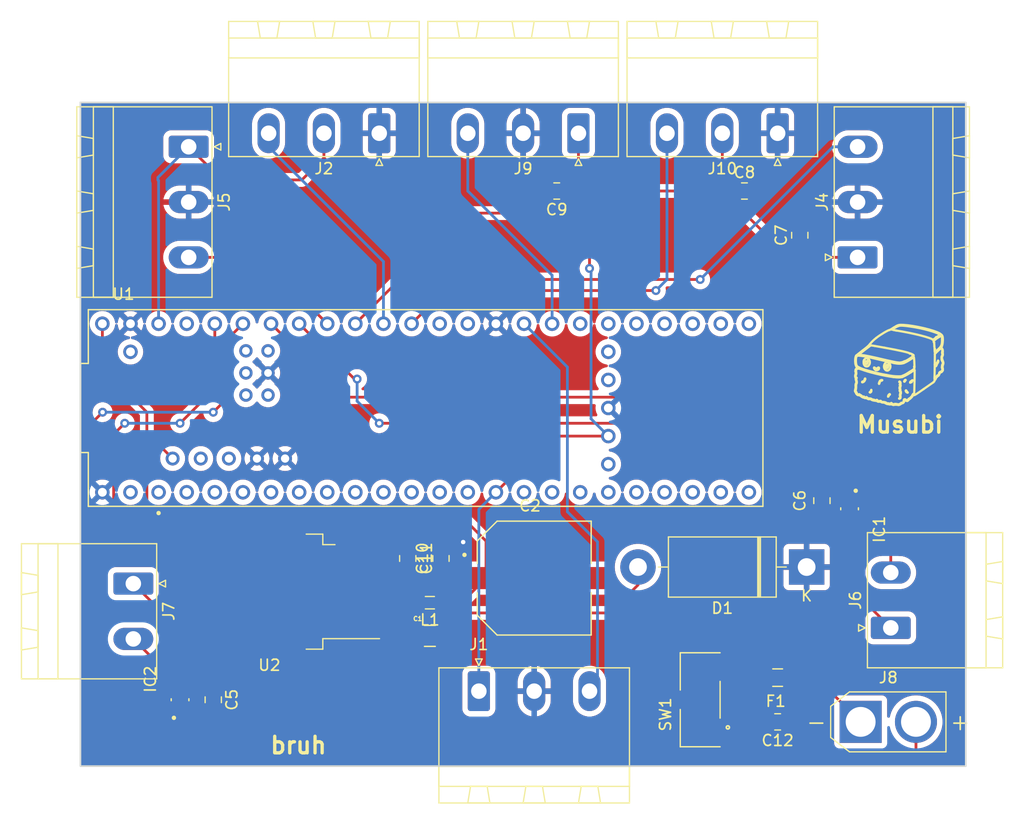
<source format=kicad_pcb>
(kicad_pcb (version 20221018) (generator pcbnew)
  (title_block (title "bruh"))
  (layers (0 "F.Cu" signal) (31 "B.Cu" signal) (34 "B.Paste" user) (35 "F.Paste" user) (36 "B.SilkS" user "B.Silkscreen") (37 "F.SilkS" user "F.Silkscreen") (38 "B.Mask" user) (39 "F.Mask" user) (44 "Edge.Cuts" user))
  (net 0 "")
  (net 1 "+12V")
  (net 2 "GND")
  (net 3 "+3.3V")
  (net 4 "+5V")
  (net 5 "Net-(J8-Pin_2)")
  (net 6 "Net-(D1-A)")
  (net 33 "R_LINE")
  (net 34 "L_LINE")
  (net 35 "DDS_1")
  (net 36 "DDS_2")
  (net 37 "MD1")
  (net 38 "MD2")
  (net 39 "MD3")
  (net 40 "MD4")
  (net 58 "DDS_4")
  (net 59 "DDS_3")
  (net 60 "Net-(J8-Pin_1)")
  (net 61 "Net-(SW1-B)")
  (net 62 "Net-(IC1-OUT2)")
  (net 63 "Net-(IC1-OUT1)")
  (net 64 "Net-(IC2-OUT2)")
  (net 65 "Net-(IC2-OUT1)")
  (footprint "EEHZS1H221P:CAP_EEHZS1H221P" (layer "F.Cu") (at 201 78)
    (fp_text reference "C2")
    (fp_text value "220uF")
  )
  (footprint "Connector_Phoenix_MSTB:PhoenixContact_MSTBA_2,5_3-G_1x03_P5.00mm_Horizontal" (layer "F.Cu") (at 223 37.7775 180)
    (fp_text reference "J10")
    (fp_text value "Screw_Terminal_01x03")
  )
  (footprint "GRM31CD80J107MEA8K:CAPC3216X190N" (layer "F.Cu") (at 191.575 83.225)
    (fp_text reference "C1")
    (fp_text value "100uF")
  )
  (footprint "Capacitor_SMD:C_0805_2012Metric_Pad1.18x1.45mm_HandSolder" (layer "F.Cu") (at 223 91 180)
    (fp_text reference "C12")
    (fp_text value "0.1uF")
  )
  (footprint "Connector_Phoenix_MSTB:PhoenixContact_MSTBA_2,5_3-G_1x03_P5.00mm_Horizontal" (layer "F.Cu") (at 205 37.7775 180)
    (fp_text reference "J9")
    (fp_text value "DDS4")
  )
  (footprint "Capacitor_SMD:C_0805_2012Metric_Pad1.18x1.45mm_HandSolder" (layer "F.Cu") (at 203.0375 43 180)
    (fp_text reference "C9")
    (fp_text value "0.1uF")
  )
  (footprint "DEV-16771:MODULE_DEV-16771" (layer "F.Cu") (at 191.19 62.62)
    (fp_text reference "U1")
    (fp_text value "DEV-16771")
  )
  (footprint "Capacitor_SMD:C_0805_2012Metric_Pad1.18x1.45mm_HandSolder" (layer "F.Cu") (at 227 71 90)
    (fp_text reference "C6")
    (fp_text value "0.1uF")
  )
  (footprint "Capacitor_SMD:C_0805_2012Metric_Pad1.18x1.45mm_HandSolder" (layer "F.Cu") (at 189.575 76.225 -90)
    (fp_text reference "C11")
    (fp_text value "0.1uF")
  )
  (footprint "JS102011JCQN:SW_JS102011JCQN" (layer "F.Cu") (at 216 89 90)
    (fp_text reference "SW1")
    (fp_text value "SW_SPST")
  )
  (footprint "Connector_Phoenix_MSTB:PhoenixContact_MSTBA_2,5_3-G_1x03_P5.00mm_Horizontal" (layer "F.Cu") (at 196 88.2225)
    (fp_text reference "J1")
    (fp_text value "DDS3")
  )
  (footprint "Connector_Phoenix_MSTB:PhoenixContact_MSTBA_2,5_3-G_1x03_P5.00mm_Horizontal" (layer "F.Cu") (at 187 37.7775 180)
    (fp_text reference "J2")
    (fp_text value "Screw_Terminal_01x03")
  )
  (footprint "Connector_Phoenix_MSTB:PhoenixContact_MSTBA_2,5_2-G_1x02_P5.00mm_Horizontal" (layer "F.Cu") (at 164.7775 78.5 -90)
    (fp_text reference "J7")
    (fp_text value "BDC2")
  )
  (footprint "Capacitor_SMD:C_0805_2012Metric_Pad1.18x1.45mm_HandSolder" (layer "F.Cu") (at 192.575 76.225 90)
    (fp_text reference "C10")
    (fp_text value "0.1uF")
  )
  (footprint "DRV8212DRLR:SOT50P160X60-6N" (layer "F.Cu") (at 229.5 71.735 -90)
    (fp_text reference "IC1")
    (fp_text value "DRV8212DRLR")
  )
  (footprint "DRV8212DRLR:SOT50P160X60-6N" (layer "F.Cu") (at 169 89 90)
    (fp_text reference "IC2")
    (fp_text value "DRV8212DRLR")
  )
  (footprint "Connector_Phoenix_MSTB:PhoenixContact_MSTBA_2,5_3-G_1x03_P5.00mm_Horizontal" (layer "F.Cu") (at 169.7775 39 -90)
    (fp_text reference "J5")
    (fp_text value "DDS2")
  )
  (footprint "C1F 3.5:FUSC3215X83N" (layer "F.Cu") (at 223 87 180)
    (fp_text reference "F1")
    (fp_text value "Fuse")
  )
  (footprint "Connector_Phoenix_MSTB:PhoenixContact_MSTBA_2,5_3-G_1x03_P5.00mm_Horizontal" (layer "F.Cu") (at 230.2225 49 90)
    (fp_text reference "J4")
    (fp_text value "DDS1")
  )
  (footprint "Connector_AMASS:AMASS_XT30U-M_1x02_P5.0mm_Vertical" (layer "F.Cu") (at 230.5 91)
    (fp_text reference "J8")
    (fp_text value "Battery")
  )
  (footprint "Capacitor_SMD:C_0805_2012Metric_Pad1.18x1.45mm_HandSolder" (layer "F.Cu") (at 172 89 -90)
    (fp_text reference "C5")
    (fp_text value "0.1uF")
  )
  (footprint "Capacitor_SMD:C_0805_2012Metric_Pad1.18x1.45mm_HandSolder" (layer "F.Cu") (at 225 47 90)
    (fp_text reference "C7")
    (fp_text value "0.1uF")
  )
  (footprint "Package_TO_SOT_SMD:TO-263-5_TabPin3" (layer "F.Cu") (at 177.075 79.225 180)
    (fp_text reference "U2")
    (fp_text value "LM2576S-5")
  )
  (footprint "Inductor_SMD:L_0805_2012Metric_Pad1.05x1.20mm_HandSolder" (layer "F.Cu") (at 191.575 80.225 180)
    (fp_text reference "L1")
    (fp_text value "100uH")
  )
  (footprint "Capacitor_SMD:C_0805_2012Metric_Pad1.18x1.45mm_HandSolder" (layer "F.Cu") (at 220 43)
    (fp_text reference "C8")
    (fp_text value "0.1uF")
  )
  (footprint "Connector_Phoenix_MSTB:PhoenixContact_MSTBA_2,5_2-G_1x02_P5.00mm_Horizontal" (layer "F.Cu") (at 233.2225 82.5 90)
    (fp_text reference "J6")
    (fp_text value "BDC1")
  )
  (footprint "Diode_THT:D_DO-201AD_P15.24mm_Horizontal" (layer "F.Cu") (at 225.62 77 180)
    (fp_text reference "D1")
    (fp_text value "1N5822")
  )
  (gr_curve (pts (xy 234.597318 61.02022) (xy 234.613198 61.02022) (xy 234.630628 61.04187) (xy 234.636058 61.06834)) (stroke (width 0.2)) (layer "F.SilkS"))
  (gr_curve (pts (xy 230.101988 57.877026) (xy 230.126858 57.851516) (xy 230.382515 57.649419) (xy 230.670115 57.427927)) (stroke (width 0.2)) (layer "F.SilkS"))
  (gr_curve (pts (xy 233.896423 62.342) (xy 233.778912 62.32194) (xy 233.57256 62.321) (xy 233.487962 62.3401)) (stroke (width 0.2)) (layer "F.SilkS"))
  (gr_curve (pts (xy 237.267105 59.909631) (xy 237.275705 59.909631) (xy 237.277875 59.893441) (xy 237.271905 59.873641)) (stroke (width 0.2)) (layer "F.SilkS"))
  (gr_line (start 233.346293 62.3066) (end 233.346369 62.30673) (stroke (width 0.2)) (layer "F.SilkS"))
  (gr_curve (pts (xy 233.526781 58.556478) (xy 233.393633 58.525098) (xy 233.162681 58.471578) (xy 233.013555 58.43756)) (stroke (width 0.2)) (layer "F.SilkS"))
  (gr_curve (pts (xy 230.03484 59.859661) (xy 229.99417 59.785671) (xy 229.99309 59.697342) (xy 230.03164 59.603028)) (stroke (width 0.2)) (layer "F.SilkS"))
  (gr_curve (pts (xy 237.229395 59.971331) (xy 237.241525 59.937401) (xy 237.258495 59.909631) (xy 237.267105 59.909631)) (stroke (width 0.2)) (layer "F.SilkS"))
  (gr_curve (pts (xy 230.861526 60.033016) (xy 230.888226 59.917701) (xy 230.926466 59.900334) (xy 230.915866 60.008336)) (stroke (width 0.2)) (layer "F.SilkS"))
  (gr_curve (pts (xy 234.062831 61.592793) (xy 234.032361 61.513183) (xy 234.034241 61.382049) (xy 234.066531 61.332422)) (stroke (width 0.2)) (layer "F.SilkS"))
  (gr_curve (pts (xy 234.456448 61.838221) (xy 234.512198 61.813461) (xy 234.525298 61.817131) (xy 234.576329 61.871851)) (stroke (width 0.2)) (layer "F.SilkS"))
  (gr_curve (pts (xy 235.365825 58.867375) (xy 235.366681 58.672684) (xy 235.329435 58.054854) (xy 235.315725 58.035772)) (stroke (width 0.2)) (layer "F.SilkS"))
  (gr_curve (pts (xy 235.167591 57.994724) (xy 235.296737 57.906694) (xy 235.305537 57.895694) (xy 235.282378 57.851249)) (stroke (width 0.2)) (layer "F.SilkS"))
  (gr_curve (pts (xy 237.199708 57.572815) (xy 237.209938 57.585845) (xy 237.443086 57.394137) (xy 237.477653 57.344268)) (stroke (width 0.2)) (layer "F.SilkS"))
  (gr_curve (pts (xy 234.343933 59.684899) (xy 234.443073 59.642739) (xy 234.545967 59.594169) (xy 234.572597 59.57697)) (stroke (width 0.2)) (layer "F.SilkS"))
  (gr_curve (pts (xy 237.86518 57.663989) (xy 237.85161 57.631679) (xy 237.8523 57.598259) (xy 237.86738 57.555986)) (stroke (width 0.2)) (layer "F.SilkS"))
  (gr_curve (pts (xy 230.11651 60.442011) (xy 230.08369 60.479871) (xy 230.0783 60.507031) (xy 230.08762 60.587745)) (stroke (width 0.2)) (layer "F.SilkS"))
  (gr_curve (pts (xy 233.059231 61.408926) (xy 233.071391 61.412326) (xy 233.081331 61.404026) (xy 233.081331 61.390416)) (stroke (width 0.2)) (layer "F.SilkS"))
  (gr_curve (pts (xy 233.081331 61.390416) (xy 233.081331 61.376846) (xy 233.098761 61.365736) (xy 233.120071 61.365736)) (stroke (width 0.2)) (layer "F.SilkS"))
  (gr_curve (pts (xy 233.487962 62.3401) (xy 233.439752 62.351) (xy 233.398842 62.3413) (xy 233.346293 62.3066)) (stroke (width 0.2)) (layer "F.SilkS"))
  (gr_curve (pts (xy 231.861206 61.967501) (xy 231.66745 61.959701) (xy 231.473866 61.904321) (xy 231.473866 61.856681)) (stroke (width 0.2)) (layer "F.SilkS"))
  (gr_curve (pts (xy 230.350254 57.769845) (xy 230.315624 57.800755) (xy 230.331434 57.806015) (xy 230.501444 57.820215)) (stroke (width 0.2)) (layer "F.SilkS"))
  (gr_curve (pts (xy 234.07763 61.737378) (xy 234.0409 61.789098) (xy 233.972136 61.802528) (xy 233.972136 61.757978)) (stroke (width 0.2)) (layer "F.SilkS"))
  (gr_curve (pts (xy 237.238377 60.051085) (xy 237.202677 60.091025) (xy 237.168047 60.150485) (xy 237.161417 60.183211)) (stroke (width 0.2)) (layer "F.SilkS"))
  (gr_curve (pts (xy 237.477637 58.379328) (xy 237.477637 58.347518) (xy 237.487437 58.330258) (xy 237.501847 58.336538)) (stroke (width 0.2)) (layer "F.SilkS"))
  (gr_curve (pts (xy 230.06251 60.011419) (xy 230.06571 59.955409) (xy 230.05491 59.896104) (xy 230.03484 59.859661)) (stroke (width 0.2)) (layer "F.SilkS"))
  (gr_curve (pts (xy 237.219809 57.386406) (xy 237.214909 57.410006) (xy 237.211209 57.384906) (xy 237.211409 57.330586)) (stroke (width 0.2)) (layer "F.SilkS"))
  (gr_curve (pts (xy 237.561256 57.260056) (xy 237.804542 57.028873) (xy 237.854005 56.892737) (xy 237.854821 56.452073)) (stroke (width 0.2)) (layer "F.SilkS"))
  (gr_curve (pts (xy 230.169144 58.832596) (xy 230.235124 58.916676) (xy 230.706136 59.120645) (xy 231.028433 59.204713)) (stroke (width 0.2)) (layer "F.SilkS"))
  (gr_curve (pts (xy 234.057531 61.682763) (xy 234.048931 61.665103) (xy 234.052231 61.660963) (xy 234.066031 61.671873)) (stroke (width 0.2)) (layer "F.SilkS"))
  (gr_curve (pts (xy 237.665141 56.034889) (xy 237.733741 56.034889) (xy 237.693361 55.985039) (xy 237.578741 55.928206)) (stroke (width 0.2)) (layer "F.SilkS"))
  (gr_curve (pts (xy 230.111391 59.860179) (xy 230.155901 59.860179) (xy 230.155991 59.860822) (xy 230.123921 59.946559)) (stroke (width 0.2)) (layer "F.SilkS"))
  (gr_curve (pts (xy 232.364756 60.135116) (xy 232.364756 60.146806) (xy 232.353316 60.156376) (xy 232.339326 60.156376)) (stroke (width 0.2)) (layer "F.SilkS"))
  (gr_curve (pts (xy 232.007848 61.920636) (xy 232.064268 61.998216) (xy 232.141559 62.021999) (xy 232.219904 61.985896)) (stroke (width 0.2)) (layer "F.SilkS"))
  (gr_curve (pts (xy 230.135971 59.110532) (xy 230.119131 59.129262) (xy 230.100351 59.138202) (xy 230.094231 59.130412)) (stroke (width 0.2)) (layer "F.SilkS"))
  (gr_curve (pts (xy 235.180946 61.447486) (xy 235.208516 61.412346) (xy 235.231076 61.374006) (xy 235.231076 61.362286)) (stroke (width 0.2)) (layer "F.SilkS"))
  (gr_curve (pts (xy 233.333474 55.541548) (xy 233.333282 55.548448) (xy 233.500896 55.580208) (xy 233.705944 55.612078)) (stroke (width 0.2)) (layer "F.SilkS"))
  (gr_curve (pts (xy 231.473866 61.856681) (xy 231.473866 61.844561) (xy 231.456956 61.834641) (xy 231.436276 61.834641)) (stroke (width 0.2)) (layer "F.SilkS"))
  (gr_curve (pts (xy 235.177819 60.163934) (xy 235.139489 60.190194) (xy 235.114879 60.226104) (xy 235.114879 60.255774)) (stroke (width 0.2)) (layer "F.SilkS"))
  (gr_curve (pts (xy 234.068941 60.374083) (xy 234.068941 60.321453) (xy 234.057651 60.301833) (xy 234.020521 60.289963)) (stroke (width 0.2)) (layer "F.SilkS"))
  (gr_line (start 231.461291 60.9832) (end 231.468991 61.05256) (stroke (width 0.2)) (layer "F.SilkS"))
  (gr_curve (pts (xy 231.436276 61.834641) (xy 231.415596 61.834641) (xy 231.393286 61.823501) (xy 231.386676 61.809891)) (stroke (width 0.2)) (layer "F.SilkS"))
  (gr_curve (pts (xy 234.066531 61.332422) (xy 234.109551 61.266362) (xy 234.106181 61.198106) (xy 234.056511 61.129816)) (stroke (width 0.2)) (layer "F.SilkS"))
  (gr_curve (pts (xy 234.040011 61.711253) (xy 234.058771 61.711253) (xy 234.065801 61.699813) (xy 234.057531 61.682763)) (stroke (width 0.2)) (layer "F.SilkS"))
  (gr_curve (pts (xy 230.103331 59.47038) (xy 230.109831 59.56427) (xy 230.103418 59.597363) (xy 230.069681 59.643138)) (stroke (width 0.2)) (layer "F.SilkS"))
  (gr_curve (pts (xy 237.283978 56.402121) (xy 237.278678 56.410821) (xy 237.240978 56.440011) (xy 237.200248 56.467021)) (stroke (width 0.2)) (layer "F.SilkS"))
  (gr_curve (pts (xy 231.338277 56.843672) (xy 231.513122 56.625146) (xy 231.652235 56.488968) (xy 231.909604 56.284401)) (stroke (width 0.2)) (layer "F.SilkS"))
  (gr_curve (pts (xy 231.007766 58.650959) (xy 231.025046 58.650959) (xy 231.058556 58.633669) (xy 231.082236 58.612539)) (stroke (width 0.2)) (layer "F.SilkS"))
  (gr_curve (pts (xy 230.670115 57.427927) (xy 231.101285 57.095866) (xy 231.218508 56.993363) (xy 231.338277 56.843672)) (stroke (width 0.2)) (layer "F.SilkS"))
  (gr_curve (pts (xy 230.298946 61.463868) (xy 230.279416 61.463562) (xy 230.234676 61.445238) (xy 230.199516 61.423168)) (stroke (width 0.2)) (layer "F.SilkS"))
  (gr_curve (pts (xy 231.277266 61.757426) (xy 231.398954 61.750726) (xy 231.461858 61.770536) (xy 231.527989 61.836326)) (stroke (width 0.2)) (layer "F.SilkS"))
  (gr_curve (pts (xy 230.766978 58.485739) (xy 230.766978 58.344745) (xy 230.772178 58.326002) (xy 230.834078 58.244634)) (stroke (width 0.2)) (layer "F.SilkS"))
  (gr_curve (pts (xy 237.315573 56.214349) (xy 237.325573 56.222249) (xy 237.403083 56.185079) (xy 237.487814 56.131779)) (stroke (width 0.2)) (layer "F.SilkS"))
  (gr_curve (pts (xy 235.202022 57.811838) (xy 235.218002 57.811838) (xy 235.231072 57.816138) (xy 235.231072 57.821538)) (stroke (width 0.2)) (layer "F.SilkS"))
  (gr_curve (pts (xy 232.882288 58.724999) (xy 232.789508 58.724999) (xy 232.739166 58.885416) (xy 232.803508 58.976024)) (stroke (width 0.2)) (layer "F.SilkS"))
  (gr_curve (pts (xy 234.06895 60.884486) (xy 234.08069 60.875286) (xy 234.08856 60.911136) (xy 234.08893 60.975576)) (stroke (width 0.2)) (layer "F.SilkS"))
  (gr_curve (pts (xy 235.284566 59.226791) (xy 234.966942 59.457938) (xy 234.511054 59.724307) (xy 234.289678 59.808091)) (stroke (width 0.2)) (layer "F.SilkS"))
  (gr_curve (pts (xy 233.031115 58.650957) (xy 233.003935 58.650957) (xy 232.979575 58.719547) (xy 232.995265 58.751903)) (stroke (width 0.2)) (layer "F.SilkS"))
  (gr_curve (pts (xy 235.340768 58.866909) (xy 235.346168 58.883879) (xy 235.346168 58.911639) (xy 235.340768 58.928609)) (stroke (width 0.2)) (layer "F.SilkS"))
  (gr_curve (pts (xy 237.740859 56.122829) (xy 237.682819 56.138429) (xy 237.303495 56.370314) (xy 237.283978 56.402121)) (stroke (width 0.2)) (layer "F.SilkS"))
  (gr_curve (pts (xy 237.920938 57.529322) (xy 237.912138 57.589102) (xy 237.913538 57.670538) (xy 237.923938 57.717127)) (stroke (width 0.2)) (layer "F.SilkS"))
  (gr_curve (pts (xy 237.852948 58.812298) (xy 237.846848 58.792218) (xy 237.860248 58.746198) (xy 237.882538 58.710036)) (stroke (width 0.2)) (layer "F.SilkS"))
  (gr_line (start 231.436601 61.06356) (end 231.461291 60.9832) (stroke (width 0.2)) (layer "F.SilkS"))
  (gr_curve (pts (xy 235.172972 57.835748) (xy 235.172972 57.822608) (xy 235.186042 57.811838) (xy 235.202022 57.811838)) (stroke (width 0.2)) (layer "F.SilkS"))
  (gr_curve (pts (xy 230.14487 61.2731) (xy 230.16086 61.35839) (xy 230.10841 61.36972) (xy 230.08776 61.28544)) (stroke (width 0.2)) (layer "F.SilkS"))
  (gr_curve (pts (xy 237.023634 56.4567) (xy 237.029234 56.46821) (xy 237.074824 56.44135) (xy 237.124998 56.39701)) (stroke (width 0.2)) (layer "F.SilkS"))
  (gr_curve (pts (xy 231.245997 58.224834) (xy 231.382405 58.407041) (xy 231.36306 58.651865) (xy 231.200107 58.805648)) (stroke (width 0.2)) (layer "F.SilkS"))
  (gr_curve (pts (xy 230.445057 61.495632) (xy 230.345287 61.439602) (xy 230.314236 61.397162) (xy 230.357527 61.375996)) (stroke (width 0.2)) (layer "F.SilkS"))
  (gr_curve (pts (xy 230.69738 60.266038) (xy 230.68238 60.254228) (xy 230.67886 60.257838) (xy 230.68768 60.276038)) (stroke (width 0.2)) (layer "F.SilkS"))
  (gr_curve (pts (xy 234.967869 60.319915) (xy 234.954449 60.275345) (xy 235.005409 60.208024) (xy 235.053669 60.206564)) (stroke (width 0.2)) (layer "F.SilkS"))
  (gr_curve (pts (xy 231.165855 58.29164) (xy 231.128945 58.32071) (xy 231.141085 58.404162) (xy 231.182215 58.404162)) (stroke (width 0.2)) (layer "F.SilkS"))
  (gr_curve (pts (xy 237.807938 58.04767) (xy 237.808419 57.943761) (xy 237.841998 57.863065) (xy 237.864988 57.910462)) (stroke (width 0.2)) (layer "F.SilkS"))
  (gr_curve (pts (xy 231.182215 58.404162) (xy 231.202895 58.404162) (xy 231.225715 58.391992) (xy 231.232925 58.377112)) (stroke (width 0.2)) (layer "F.SilkS"))
  (gr_curve (pts (xy 235.335246 61.321126) (xy 235.350046 61.290596) (xy 235.392066 59.249567) (xy 235.378796 59.205501)) (stroke (width 0.2)) (layer "F.SilkS"))
  (gr_curve (pts (xy 230.188292 57.904755) (xy 230.104302 57.953525) (xy 230.071285 58.069278) (xy 230.070484 58.31781)) (stroke (width 0.2)) (layer "F.SilkS"))
  (gr_curve (pts (xy 231.386676 61.809891) (xy 231.378776 61.793601) (xy 231.360876 61.794551) (xy 231.334316 61.812691)) (stroke (width 0.2)) (layer "F.SilkS"))
  (gr_curve (pts (xy 237.678132 59.427414) (xy 237.655852 59.447294) (xy 237.633282 59.458014) (xy 237.627962 59.451244)) (stroke (width 0.2)) (layer "F.SilkS"))
  (gr_curve (pts (xy 230.968254 61.718631) (xy 230.940654 61.740591) (xy 230.917814 61.739421) (xy 230.869044 61.713531)) (stroke (width 0.2)) (layer "F.SilkS"))
  (gr_curve (pts (xy 233.346369 62.30673) (xy 233.285509 62.26651) (xy 233.261949 62.26258) (xy 233.212722 62.28445)) (stroke (width 0.2)) (layer "F.SilkS"))
  (gr_curve (pts (xy 234.952726 61.746006) (xy 234.968766 61.753806) (xy 234.976086 61.749306) (xy 234.969436 61.735566)) (stroke (width 0.2)) (layer "F.SilkS"))
  (gr_curve (pts (xy 234.696946 61.982627) (xy 234.614406 61.982627) (xy 234.52952 61.933667) (xy 234.541734 61.893117)) (stroke (width 0.2)) (layer "F.SilkS"))
  (gr_curve (pts (xy 237.884328 58.241133) (xy 237.884328 58.260103) (xy 237.906008 58.323963) (xy 237.932508 58.383042)) (stroke (width 0.2)) (layer "F.SilkS"))
  (gr_curve (pts (xy 233.46654 59.822671) (xy 232.556891 59.708169) (xy 231.196001 59.379497) (xy 230.521871 59.111496)) (stroke (width 0.2)) (layer "F.SilkS"))
  (gr_curve (pts (xy 237.855948 59.012412) (xy 237.836748 58.980112) (xy 237.833928 58.949352) (xy 237.846348 58.907738)) (stroke (width 0.2)) (layer "F.SilkS"))
  (gr_curve (pts (xy 230.03584 59.333391) (xy 230.00934 59.354231) (xy 230.02081 59.22739) (xy 230.0528 59.145662)) (stroke (width 0.2)) (layer "F.SilkS"))
  (gr_curve (pts (xy 237.388975 59.752971) (xy 237.377075 59.713471) (xy 237.408415 59.680381) (xy 237.467985 59.669521)) (stroke (width 0.2)) (layer "F.SilkS"))
  (gr_curve (pts (xy 231.766619 57.008209) (xy 231.477616 56.956279) (xy 231.422753 56.952389) (xy 231.379278 56.980689)) (stroke (width 0.2)) (layer "F.SilkS"))
  (gr_curve (pts (xy 237.932108 59.197446) (xy 237.917758 59.280686) (xy 237.820286 59.391264) (xy 237.761252 59.391264)) (stroke (width 0.2)) (layer "F.SilkS"))
  (gr_curve (pts (xy 237.325775 58.631695) (xy 237.292555 58.617585) (xy 237.298575 58.576925) (xy 237.333875 58.576925)) (stroke (width 0.2)) (layer "F.SilkS"))
  (gr_curve (pts (xy 234.339798 62.101816) (xy 234.366228 62.070206) (xy 234.393678 62.046756) (xy 234.400808 62.049696)) (stroke (width 0.2)) (layer "F.SilkS"))
  (gr_curve (pts (xy 234.403808 61.960536) (xy 234.394508 61.871846) (xy 234.397708 61.864316) (xy 234.456448 61.838221)) (stroke (width 0.2)) (layer "F.SilkS"))
  (gr_curve (pts (xy 237.477646 57.344276) (xy 237.482946 57.336576) (xy 237.520596 57.298696) (xy 237.561256 57.260056)) (stroke (width 0.2)) (layer "F.SilkS"))
  (gr_curve (pts (xy 237.283935 58.786719) (xy 237.328035 58.768879) (xy 237.361015 58.646667) (xy 237.325775 58.631695)) (stroke (width 0.2)) (layer "F.SilkS"))
  (gr_curve (pts (xy 237.124998 56.39701) (xy 237.175168 56.35267) (xy 237.239883 56.30136) (xy 237.268812 56.282984)) (stroke (width 0.2)) (layer "F.SilkS"))
  (gr_curve (pts (xy 237.427527 58.576928) (xy 237.351417 58.797047) (xy 237.331017 58.836314) (xy 237.288814 58.843953)) (stroke (width 0.2)) (layer "F.SilkS"))
  (gr_curve (pts (xy 234.066031 61.671873) (xy 234.095061 61.694733) (xy 234.094261 61.674773) (xy 234.062831 61.592793)) (stroke (width 0.2)) (layer "F.SilkS"))
  (gr_curve (pts (xy 237.245245 58.827099) (xy 237.245245 58.813499) (xy 237.262655 58.795329) (xy 237.283935 58.786719)) (stroke (width 0.2)) (layer "F.SilkS"))
  (gr_curve (pts (xy 233.241395 62.184566) (xy 233.272235 62.150796) (xy 233.278255 62.151746) (xy 233.302625 62.194166)) (stroke (width 0.2)) (layer "F.SilkS"))
  (gr_curve (pts (xy 234.02004 60.230473) (xy 234.10896 60.230473) (xy 234.14543 60.41922) (xy 234.07154 60.496996)) (stroke (width 0.2)) (layer "F.SilkS"))
  (gr_curve (pts (xy 234.07154 60.496996) (xy 234.05414 60.515306) (xy 234.05037 60.523606) (xy 234.06314 60.515426)) (stroke (width 0.2)) (layer "F.SilkS"))
  (gr_curve (pts (xy 230.03691 60.559797) (xy 230.03511 60.517007) (xy 230.05043 60.450374) (xy 230.0708 60.411719)) (stroke (width 0.2)) (layer "F.SilkS"))
  (gr_curve (pts (xy 234.788816 61.858931) (xy 234.862346 61.765221) (xy 234.916183 61.728137) (xy 234.952726 61.746006)) (stroke (width 0.2)) (layer "F.SilkS"))
  (gr_curve (pts (xy 230.68768 60.276038) (xy 230.70214 60.305848) (xy 230.65715 60.316738) (xy 230.63518 60.288748)) (stroke (width 0.2)) (layer "F.SilkS"))
  (gr_curve (pts (xy 231.200107 58.805648) (xy 231.123087 58.878328) (xy 230.994563 58.885958) (xy 230.912231 58.822728)) (stroke (width 0.2)) (layer "F.SilkS"))
  (gr_curve (pts (xy 230.094231 59.130412) (xy 230.083501 59.116742) (xy 230.086431 59.227632) (xy 230.103331 59.47038)) (stroke (width 0.2)) (layer "F.SilkS"))
  (gr_curve (pts (xy 234.591968 61.12132) (xy 234.591968 61.10866) (xy 234.586668 61.08073) (xy 234.580208 61.05926)) (stroke (width 0.2)) (layer "F.SilkS"))
  (gr_curve (pts (xy 237.467985 59.669521) (xy 237.517715 59.660421) (xy 237.59365 59.542655) (xy 237.593774 59.474381)) (stroke (width 0.2)) (layer "F.SilkS"))
  (gr_curve (pts (xy 233.473537 55.359581) (xy 233.867419 55.104638) (xy 233.940236 55.083493) (xy 234.350069 55.105043)) (stroke (width 0.2)) (layer "F.SilkS"))
  (gr_curve (pts (xy 231.57071 59.349287) (xy 232.104147 59.492435) (xy 232.338381 59.545545) (xy 232.839249 59.636916)) (stroke (width 0.2)) (layer "F.SilkS"))
  (gr_curve (pts (xy 234.09691 61.495262) (xy 234.11825 61.627251) (xy 234.11351 61.68686) (xy 234.07763 61.737378)) (stroke (width 0.2)) (layer "F.SilkS"))
  (gr_curve (pts (xy 232.021604 62.017631) (xy 231.987824 61.988891) (xy 231.927994 61.970191) (xy 231.861206 61.967501)) (stroke (width 0.2)) (layer "F.SilkS"))
  (gr_curve (pts (xy 235.202022 57.845448) (xy 235.186042 57.853248) (xy 235.172972 57.848848) (xy 235.172972 57.835748)) (stroke (width 0.2)) (layer "F.SilkS"))
  (gr_curve (pts (xy 232.943625 62.196736) (xy 232.977605 62.188036) (xy 233.030575 62.196908) (xy 233.069728 62.217756)) (stroke (width 0.2)) (layer "F.SilkS"))
  (gr_curve (pts (xy 230.05725 60.98638) (xy 230.03238 61.02598) (xy 230.04357 61.165237) (xy 230.07056 61.152037)) (stroke (width 0.2)) (layer "F.SilkS"))
  (gr_curve (pts (xy 234.541734 61.893117) (xy 234.548534 61.870437) (xy 234.539734 61.867127) (xy 234.509944 61.881197)) (stroke (width 0.2)) (layer "F.SilkS"))
  (gr_curve (pts (xy 234.002281 61.745353) (xy 234.019521 61.753753) (xy 234.027291 61.749653) (xy 234.020511 61.735653)) (stroke (width 0.2)) (layer "F.SilkS"))
  (gr_curve (pts (xy 230.02835 61.171015) (xy 229.97924 61.107865) (xy 229.97229 61.065991) (xy 230 61)) (stroke (width 0.2)) (layer "F.SilkS"))
  (gr_curve (pts (xy 237.833318 59.276909) (xy 237.890588 59.203929) (xy 237.900558 59.087449) (xy 237.855948 59.012412)) (stroke (width 0.2)) (layer "F.SilkS"))
  (gr_curve (pts (xy 232.357698 62.083871) (xy 232.313368 62.046631) (xy 232.279458 62.039901) (xy 232.188856 62.050371)) (stroke (width 0.2)) (layer "F.SilkS"))
  (gr_curve (pts (xy 237.487814 56.131779) (xy 237.572544 56.078489) (xy 237.652337 56.034889) (xy 237.665141 56.034889)) (stroke (width 0.2)) (layer "F.SilkS"))
  (gr_curve (pts (xy 231.232935 58.37711) (xy 231.250015 58.34191) (xy 231.193485 58.269878) (xy 231.165855 58.29164)) (stroke (width 0.2)) (layer "F.SilkS"))
  (gr_curve (pts (xy 234.104421 62.222986) (xy 234.126651 62.220886) (xy 234.140931 62.214086) (xy 234.136151 62.208036)) (stroke (width 0.2)) (layer "F.SilkS"))
  (gr_curve (pts (xy 232.839249 59.636916) (xy 233.361381 59.732166) (xy 233.551177 59.754103) (xy 233.888807 59.758224)) (stroke (width 0.2)) (layer "F.SilkS"))
  (gr_curve (pts (xy 234.069331 60.662664) (xy 234.089611 60.678634) (xy 234.06885 60.572614) (xy 234.043721 60.531743)) (stroke (width 0.2)) (layer "F.SilkS"))
  (gr_line (start 230.157272 59.023594) (end 230.230262 58.981954) (stroke (width 0.2)) (layer "F.SilkS"))
  (gr_curve (pts (xy 235.048706 61.637816) (xy 235.079776 61.597466) (xy 235.116606 61.564156) (xy 235.130546 61.563776)) (stroke (width 0.2)) (layer "F.SilkS"))
  (gr_curve (pts (xy 237.761252 59.391264) (xy 237.737812 59.391264) (xy 237.700402 59.407534) (xy 237.678132 59.427414)) (stroke (width 0.2)) (layer "F.SilkS"))
  (gr_curve (pts (xy 231.927188 61.896176) (xy 231.960388 61.864156) (xy 231.968578 61.866646) (xy 232.007848 61.920636)) (stroke (width 0.2)) (layer "F.SilkS"))
  (gr_curve (pts (xy 232.339326 60.156376) (xy 232.297356 60.156376) (xy 232.211376 60.288357) (xy 232.198057 60.373218)) (stroke (width 0.2)) (layer "F.SilkS"))
  (gr_curve (pts (xy 232.706166 58.584679) (xy 232.827146 58.43928) (xy 233.00583 58.4519) (xy 233.117323 58.613719)) (stroke (width 0.2)) (layer "F.SilkS"))
  (gr_curve (pts (xy 237.142608 56.713583) (xy 237.141859 56.767883) (xy 237.151508 56.912255) (xy 237.164048 57.03442)) (stroke (width 0.2)) (layer "F.SilkS"))
  (gr_curve (pts (xy 237.066537 60.300081) (xy 237.020987 60.331631) (xy 236.624353 60.607737) (xy 236.185133 60.913652)) (stroke (width 0.2)) (layer "F.SilkS"))
  (gr_curve (pts (xy 237.929138 56.479044) (xy 237.926538 56.759231) (xy 237.877018 57.011552) (xy 237.805268 57.10997)) (stroke (width 0.2)) (layer "F.SilkS"))
  (gr_curve (pts (xy 237.627962 59.451244) (xy 237.622662 59.444444) (xy 237.622262 59.465124) (xy 237.626999 59.497144)) (stroke (width 0.2)) (layer "F.SilkS"))
  (gr_curve (pts (xy 235.231072 57.821538) (xy 235.231072 57.826938) (xy 235.218002 57.837628) (xy 235.202022 57.845448)) (stroke (width 0.2)) (layer "F.SilkS"))
  (gr_curve (pts (xy 235.067946 61.678927) (xy 235.056596 61.674127) (xy 235.038536 61.692347) (xy 235.027796 61.719447)) (stroke (width 0.2)) (layer "F.SilkS"))
  (gr_curve (pts (xy 237.406027 59.798366) (xy 237.365487 59.845806) (xy 237.325787 59.884686) (xy 237.317797 59.884746)) (stroke (width 0.2)) (layer "F.SilkS"))
  (gr_curve (pts (xy 230.07056 61.152037) (xy 230.09879 61.138227) (xy 230.12873 61.186997) (xy 230.14487 61.2731)) (stroke (width 0.2)) (layer "F.SilkS"))
  (gr_curve (pts (xy 237.457837 58.526888) (xy 237.457645 58.506898) (xy 237.443957 58.529388) (xy 237.427527 58.576928)) (stroke (width 0.2)) (layer "F.SilkS"))
  (gr_curve (pts (xy 235.053669 60.206564) (xy 235.067939 60.206135) (xy 235.094419 60.182484) (xy 235.112509 60.154014)) (stroke (width 0.2)) (layer "F.SilkS"))
  (gr_curve (pts (xy 233.858111 62.282666) (xy 233.914531 62.304006) (xy 233.941121 62.301176) (xy 233.99601 62.267986)) (stroke (width 0.2)) (layer "F.SilkS"))
  (gr_curve (pts (xy 232.448516 60.107066) (xy 232.466486 60.131436) (xy 232.460076 60.135406) (xy 232.418016 60.125916)) (stroke (width 0.2)) (layer "F.SilkS"))
  (gr_curve (pts (xy 231.869154 59.192259) (xy 231.791154 59.163079) (xy 231.70628 59.061671) (xy 231.70628 58.997656)) (stroke (width 0.2)) (layer "F.SilkS"))
  (gr_curve (pts (xy 237.311245 59.821611) (xy 237.338845 59.812811) (xy 237.361425 59.795001) (xy 237.361425 59.782101)) (stroke (width 0.2)) (layer "F.SilkS"))
  (gr_curve (pts (xy 235.130546 61.563776) (xy 235.144496 61.563397) (xy 235.150256 61.551456) (xy 235.143356 61.537226)) (stroke (width 0.2)) (layer "F.SilkS"))
  (gr_curve (pts (xy 235.114893 55.271431) (xy 234.371463 55.160389) (xy 234.097001 55.14606) (xy 233.903683 55.208201)) (stroke (width 0.2)) (layer "F.SilkS"))
  (gr_curve (pts (xy 232.783216 62.206481) (xy 232.747606 62.178431) (xy 232.700516 62.155481) (xy 232.678564 62.155481)) (stroke (width 0.2)) (layer "F.SilkS"))
  (gr_curve (pts (xy 237.501847 58.336538) (xy 237.531357 58.349358) (xy 237.522307 58.446726) (xy 237.485367 58.513938)) (stroke (width 0.2)) (layer "F.SilkS"))
  (gr_curve (pts (xy 234.974936 61.711166) (xy 234.984436 61.711166) (xy 235.017636 61.678156) (xy 235.048706 61.637816)) (stroke (width 0.2)) (layer "F.SilkS"))
  (gr_curve (pts (xy 232.678564 62.155481) (xy 232.656614 62.155481) (xy 232.625514 62.138731) (xy 232.609454 62.118271)) (stroke (width 0.2)) (layer "F.SilkS"))
  (gr_curve (pts (xy 232.664955 57.169353) (xy 232.356051 57.113993) (xy 231.9518 57.041482) (xy 231.766619 57.008209)) (stroke (width 0.2)) (layer "F.SilkS"))
  (gr_curve (pts (xy 237.309373 56.224799) (xy 237.302773 56.211169) (xy 237.305473 56.206479) (xy 237.315573 56.214349)) (stroke (width 0.2)) (layer "F.SilkS"))
  (gr_curve (pts (xy 233.972221 61.757973) (xy 233.972221 61.742953) (xy 233.985751 61.737263) (xy 234.002281 61.745353)) (stroke (width 0.2)) (layer "F.SilkS"))
  (gr_curve (pts (xy 233.117204 55.565891) (xy 233.137874 55.565891) (xy 233.298227 55.473051) (xy 233.473537 55.359581)) (stroke (width 0.2)) (layer "F.SilkS"))
  (gr_curve (pts (xy 233.572725 62.259186) (xy 233.586035 62.231736) (xy 233.761679 62.246186) (xy 233.858111 62.282666)) (stroke (width 0.2)) (layer "F.SilkS"))
  (gr_curve (pts (xy 233.903683 55.208201) (xy 233.79695 55.242511) (xy 233.334257 55.513001) (xy 233.333474 55.541548)) (stroke (width 0.2)) (layer "F.SilkS"))
  (gr_curve (pts (xy 232.188856 62.050371) (xy 232.098656 62.060791) (xy 232.064469 62.054171) (xy 232.021604 62.017631)) (stroke (width 0.2)) (layer "F.SilkS"))
  (gr_curve (pts (xy 231.396421 61.191518) (xy 231.396421 61.205898) (xy 231.378991 61.217648) (xy 231.357691 61.217648)) (stroke (width 0.2)) (layer "F.SilkS"))
  (gr_curve (pts (xy 231.082224 58.612538) (xy 231.128694 58.571058) (xy 231.137114 58.503171) (xy 231.105224 58.427216)) (stroke (width 0.2)) (layer "F.SilkS"))
  (gr_curve (pts (xy 231.028433 59.204713) (xy 231.097673 59.222773) (xy 231.341694 59.287833) (xy 231.57071 59.349287)) (stroke (width 0.2)) (layer "F.SilkS"))
  (gr_curve (pts (xy 237.485367 58.513938) (xy 237.465947 58.549278) (xy 237.458147 58.552948) (xy 237.457837 58.526888)) (stroke (width 0.2)) (layer "F.SilkS"))
  (gr_curve (pts (xy 233.439268 62.274796) (xy 233.506638 62.278696) (xy 233.566691 62.271596) (xy 233.572725 62.259186)) (stroke (width 0.2)) (layer "F.SilkS"))
  (gr_curve (pts (xy 237.71537 59.343949) (xy 237.76356 59.351849) (xy 237.78339 59.340549) (xy 237.833318 59.276909)) (stroke (width 0.2)) (layer "F.SilkS"))
  (gr_curve (pts (xy 231.101934 61.689706) (xy 231.160534 61.755276) (xy 231.179954 61.762776) (xy 231.277266 61.757426)) (stroke (width 0.2)) (layer "F.SilkS"))
  (gr_curve (pts (xy 232.974491 61.587176) (xy 232.958251 61.553696) (xy 233.030841 61.401002) (xy 233.059231 61.408926)) (stroke (width 0.2)) (layer "F.SilkS"))
  (gr_curve (pts (xy 237.805268 57.10997) (xy 237.756668 57.17664) (xy 237.757878 57.18336) (xy 237.824868 57.218721)) (stroke (width 0.2)) (layer "F.SilkS"))
  (gr_curve (pts (xy 233.031381 61.527031) (xy 233.001341 61.618651) (xy 232.993681 61.626751) (xy 232.974491 61.587171)) (stroke (width 0.2)) (layer "F.SilkS"))
  (gr_curve (pts (xy 237.104788 56.638853) (xy 237.114388 56.702443) (xy 237.117708 56.705723) (xy 237.129888 56.663533)) (stroke (width 0.2)) (layer "F.SilkS"))
  (gr_curve (pts (xy 234.056511 61.129816) (xy 234.022071 61.082466) (xy 234.014071 61.055586) (xy 234.028831 61.036786)) (stroke (width 0.2)) (layer "F.SilkS"))
  (gr_curve (pts (xy 232.418016 60.125916) (xy 232.388726 60.119316) (xy 232.364756 60.123416) (xy 232.364756 60.135116)) (stroke (width 0.2)) (layer "F.SilkS"))
  (gr_curve (pts (xy 232.777816 59.195443) (xy 232.586165 59.084556) (xy 232.549596 58.772847) (xy 232.706166 58.584679)) (stroke (width 0.2)) (layer "F.SilkS"))
  (gr_curve (pts (xy 232.945768 58.971798) (xy 232.967078 58.944648) (xy 232.984498 58.900228) (xy 232.984498 58.873078)) (stroke (width 0.2)) (layer "F.SilkS"))
  (gr_curve (pts (xy 235.027796 61.719447) (xy 235.017056 61.746547) (xy 234.978976 61.781237) (xy 234.943166 61.796537)) (stroke (width 0.2)) (layer "F.SilkS"))
  (gr_line (start 237.206805 57.725446) (end 237.197205 58.687959) (stroke (width 0.2)) (layer "F.SilkS"))
  (gr_curve (pts (xy 230.12421 60.120156) (xy 230.17012 60.242837) (xy 230.16674 60.38408) (xy 230.11651 60.442011)) (stroke (width 0.2)) (layer "F.SilkS"))
  (gr_curve (pts (xy 237.886128 57.937327) (xy 237.856678 57.988087) (xy 237.846178 58.037534) (xy 237.849958 58.107703)) (stroke (width 0.2)) (layer "F.SilkS"))
  (gr_curve (pts (xy 231.379278 56.980689) (xy 231.318918 57.019989) (xy 230.405907 57.720171) (xy 230.350254 57.769845)) (stroke (width 0.2)) (layer "F.SilkS"))
  (gr_curve (pts (xy 231.008014 61.638556) (xy 231.027984 61.622446) (xy 231.054954 61.637156) (xy 231.101934 61.689706)) (stroke (width 0.2)) (layer "F.SilkS"))
  (gr_curve (pts (xy 237.882538 58.710036) (xy 237.942838 58.612356) (xy 237.937248 58.467703) (xy 237.869868 58.381834)) (stroke (width 0.2)) (layer "F.SilkS"))
  (gr_curve (pts (xy 233.013555 58.43756) (xy 232.864429 58.40354) (xy 232.515823 58.32167) (xy 232.238875 58.255632)) (stroke (width 0.2)) (layer "F.SilkS"))
  (gr_curve (pts (xy 237.197205 58.687959) (xy 237.191905 59.21734) (xy 237.182035 59.736542) (xy 237.175215 59.84174)) (stroke (width 0.2)) (layer "F.SilkS"))
  (gr_curve (pts (xy 235.231076 61.362286) (xy 235.231076 61.350556) (xy 235.252346 61.340976) (xy 235.278346 61.340976)) (stroke (width 0.2)) (layer "F.SilkS"))
  (gr_curve (pts (xy 234.023231 60.875002) (xy 233.981181 60.830522) (xy 234.025131 60.627887) (xy 234.069331 60.662664)) (stroke (width 0.2)) (layer "F.SilkS"))
  (gr_curve (pts (xy 234.11798 61.129828) (xy 234.15514 61.192438) (xy 234.15406 61.278569) (xy 234.11518 61.354221)) (stroke (width 0.2)) (layer "F.SilkS"))
  (gr_curve (pts (xy 237.932508 58.383042) (xy 237.990768 58.512913) (xy 237.992888 58.574193) (xy 237.943358 58.697884)) (stroke (width 0.2)) (layer "F.SilkS"))
  (gr_curve (pts (xy 231.637685 61.867066) (xy 231.680925 61.858166) (xy 231.717995 61.86703) (xy 231.747631 61.893476)) (stroke (width 0.2)) (layer "F.SilkS"))
  (gr_curve (pts (xy 234.289678 59.808091) (xy 234.120566 59.872091) (xy 233.891421 59.876151) (xy 233.46654 59.822671)) (stroke (width 0.2)) (layer "F.SilkS"))
  (gr_curve (pts (xy 235.316524 61.459445) (xy 235.252584 61.449945) (xy 235.239634 61.459399) (xy 235.167536 61.568358)) (stroke (width 0.2)) (layer "F.SilkS"))
  (gr_curve (pts (xy 234.08854 60.703446) (xy 234.04745 60.818839) (xy 234.03768 60.909115) (xy 234.06895 60.884486)) (stroke (width 0.2)) (layer "F.SilkS"))
  (gr_line (start 237.269625 57.660636) (end 237.206805 57.725446) (stroke (width 0.2)) (layer "F.SilkS"))
  (gr_curve (pts (xy 234.965747 57.695403) (xy 234.941897 57.701203) (xy 234.926187 57.698103) (xy 234.930847 57.688503)) (stroke (width 0.2)) (layer "F.SilkS"))
  (gr_curve (pts (xy 231.909604 56.284401) (xy 232.281386 55.988893) (xy 232.992326 55.565891) (xy 233.117204 55.565891)) (stroke (width 0.2)) (layer "F.SilkS"))
  (gr_curve (pts (xy 234.580208 61.05926) (xy 234.572708 61.03442) (xy 234.578908 61.02022) (xy 234.597318 61.02022)) (stroke (width 0.2)) (layer "F.SilkS"))
  (gr_curve (pts (xy 233.087435 58.740347) (xy 233.098885 58.702317) (xy 233.066525 58.650957) (xy 233.031115 58.650957)) (stroke (width 0.2)) (layer "F.SilkS"))
  (gr_curve (pts (xy 232.703689 58.268867) (xy 233.121767 58.368984) (xy 233.67889 58.483314) (xy 233.885076 58.511306)) (stroke (width 0.2)) (layer "F.SilkS"))
  (gr_curve (pts (xy 231.076459 61.752751) (xy 231.017259 61.701491) (xy 230.997589 61.695291) (xy 230.968254 61.718631)) (stroke (width 0.2)) (layer "F.SilkS"))
  (gr_curve (pts (xy 237.915538 57.840887) (xy 237.922238 57.854597) (xy 237.908938 57.897987) (xy 237.886128 57.937327)) (stroke (width 0.2)) (layer "F.SilkS"))
  (gr_curve (pts (xy 230.123921 59.946559) (xy 230.093701 60.027319) (xy 230.093721 60.038619) (xy 230.12421 60.120156)) (stroke (width 0.2)) (layer "F.SilkS"))
  (gr_curve (pts (xy 235.340768 58.928609) (xy 235.335368 58.945579) (xy 235.330968 58.931709) (xy 235.330968 58.897759)) (stroke (width 0.2)) (layer "F.SilkS"))
  (gr_curve (pts (xy 234.350069 55.105043) (xy 235.360513 55.158173) (xy 237.119566 55.568366) (xy 237.627385 55.869278)) (stroke (width 0.2)) (layer "F.SilkS"))
  (gr_curve (pts (xy 231.365421 61.15878) (xy 231.394261 61.14958) (xy 231.421271 61.11343) (xy 231.436601 61.06356)) (stroke (width 0.2)) (layer "F.SilkS"))
  (gr_curve (pts (xy 230.912231 58.822729) (xy 230.800182 58.736679) (xy 230.766978 58.659646) (xy 230.766978 58.485739)) (stroke (width 0.2)) (layer "F.SilkS"))
  (gr_curve (pts (xy 237.175215 59.84174) (xy 237.166315 59.978651) (xy 237.169115 60.033009) (xy 237.185115 60.033009)) (stroke (width 0.2)) (layer "F.SilkS"))
  (gr_curve (pts (xy 237.869868 58.381834) (xy 237.816708 58.314084) (xy 237.806888 58.261117) (xy 237.807938 58.04767)) (stroke (width 0.2)) (layer "F.SilkS"))
  (gr_curve (pts (xy 233.888807 59.758224) (xy 234.148346 59.761424) (xy 234.173744 59.757314) (xy 234.343932 59.684924)) (stroke (width 0.2)) (layer "F.SilkS"))
  (gr_curve (pts (xy 233.705944 55.612078) (xy 235.258803 55.853398) (xy 236.93842 56.280997) (xy 237.023634 56.4567)) (stroke (width 0.2)) (layer "F.SilkS"))
  (gr_line (start 230.230262 58.981954) (end 230.175872 58.942174) (stroke (width 0.2)) (layer "F.SilkS"))
  (gr_curve (pts (xy 234.230011 62.146806) (xy 234.276801 62.156306) (xy 234.303391 62.145406) (xy 234.339798 62.101816)) (stroke (width 0.2)) (layer "F.SilkS"))
  (gr_curve (pts (xy 233.323215 62.254526) (xy 233.319715 62.261826) (xy 233.371905 62.270946) (xy 233.439268 62.274796)) (stroke (width 0.2)) (layer "F.SilkS"))
  (gr_curve (pts (xy 233.063886 62.284291) (xy 233.014896 62.269601) (xy 232.946272 62.257561) (xy 232.911388 62.257531)) (stroke (width 0.2)) (layer "F.SilkS"))
  (gr_curve (pts (xy 234.043721 60.531743) (xy 234.030271 60.509893) (xy 234.031151 60.490853) (xy 234.046521 60.471283)) (stroke (width 0.2)) (layer "F.SilkS"))
  (gr_curve (pts (xy 230.03164 59.603028) (xy 230.06082 59.531738) (xy 230.06422 59.311034) (xy 230.03584 59.333391)) (stroke (width 0.2)) (layer "F.SilkS"))
  (gr_curve (pts (xy 234.969436 61.735566) (xy 234.962936 61.722146) (xy 234.965336 61.711166) (xy 234.974936 61.711166)) (stroke (width 0.2)) (layer "F.SilkS"))
  (gr_curve (pts (xy 230.426537 61.413196) (xy 230.448657 61.441396) (xy 230.487497 61.464466) (xy 230.512827 61.464466)) (stroke (width 0.2)) (layer "F.SilkS"))
  (gr_curve (pts (xy 234.055321 62.29431) (xy 234.049621 62.28711) (xy 234.031561 62.29831) (xy 234.015161 62.31916)) (stroke (width 0.2)) (layer "F.SilkS"))
  (gr_curve (pts (xy 237.846348 58.907738) (xy 237.856048 58.875328) (xy 237.858978 58.832378) (xy 237.852948 58.812298)) (stroke (width 0.2)) (layer "F.SilkS"))
  (gr_curve (pts (xy 235.011269 60.306684) (xy 234.983909 60.356454) (xy 234.979289 60.357864) (xy 234.967869 60.319924)) (stroke (width 0.2)) (layer "F.SilkS"))
  (gr_curve (pts (xy 237.186988 57.406675) (xy 237.187076 57.489245) (xy 237.192788 57.564012) (xy 237.199708 57.572815)) (stroke (width 0.2)) (layer "F.SilkS"))
  (gr_curve (pts (xy 237.854821 56.452073) (xy 237.855409 56.148156) (xy 237.837621 56.096819) (xy 237.740859 56.122829)) (stroke (width 0.2)) (layer "F.SilkS"))
  (gr_curve (pts (xy 230.869044 61.713531) (xy 230.834194 61.695041) (xy 230.770824 61.674681) (xy 230.728221 61.668271)) (stroke (width 0.2)) (layer "F.SilkS"))
  (gr_curve (pts (xy 237.361425 59.782101) (xy 237.361425 59.769201) (xy 237.370025 59.765431) (xy 237.380575 59.773701)) (stroke (width 0.2)) (layer "F.SilkS"))
  (gr_curve (pts (xy 237.200248 56.467021) (xy 237.102798 56.531681) (xy 237.091663 56.551711) (xy 237.104788 56.638853)) (stroke (width 0.2)) (layer "F.SilkS"))
  (gr_curve (pts (xy 230.03131 60.872053) (xy 230.04431 60.791063) (xy 230.0449 60.757861) (xy 230.03691 60.559797)) (stroke (width 0.2)) (layer "F.SilkS"))
  (gr_curve (pts (xy 230.512827 61.464466) (xy 230.538157 61.464466) (xy 230.570987 61.487696) (xy 230.585777 61.516086)) (stroke (width 0.2)) (layer "F.SilkS"))
  (gr_curve (pts (xy 232.911388 62.257531) (xy 232.876508 62.257501) (xy 232.818828 62.234531) (xy 232.783216 62.206481)) (stroke (width 0.2)) (layer "F.SilkS"))
  (gr_curve (pts (xy 234.453966 58.38988) (xy 234.494276 58.42163) (xy 234.74473 58.28295) (xy 235.167591 57.994724)) (stroke (width 0.2)) (layer "F.SilkS"))
  (gr_curve (pts (xy 233.109111 61.425636) (xy 233.076661 61.436016) (xy 233.049681 61.471206) (xy 233.031381 61.527031)) (stroke (width 0.2)) (layer "F.SilkS"))
  (gr_curve (pts (xy 230.199676 61.359458) (xy 230.213436 61.373868) (xy 230.245806 61.389508) (xy 230.271606 61.394198)) (stroke (width 0.2)) (layer "F.SilkS"))
  (gr_curve (pts (xy 233.069728 62.217756) (xy 233.140518 62.255446) (xy 233.18441 62.246966) (xy 233.241395 62.184566)) (stroke (width 0.2)) (layer "F.SilkS"))
  (gr_curve (pts (xy 234.467439 60.159215) (xy 234.455749 60.135105) (xy 234.486599 60.098305) (xy 234.538089 60.074945)) (stroke (width 0.2)) (layer "F.SilkS"))
  (gr_curve (pts (xy 231.925033 59.070516) (xy 231.946503 59.070516) (xy 231.992643 59.042756) (xy 232.027557 59.008816)) (stroke (width 0.2)) (layer "F.SilkS"))
  (gr_curve (pts (xy 237.864988 57.910462) (xy 237.886368 57.954542) (xy 237.886508 57.714888) (xy 237.86518 57.663989)) (stroke (width 0.2)) (layer "F.SilkS"))
  (gr_curve (pts (xy 235.16794 58.118202) (xy 234.776691 58.377593) (xy 234.606793 58.474212) (xy 234.398296 58.555889)) (stroke (width 0.2)) (layer "F.SilkS"))
  (gr_curve (pts (xy 230.679406 60.230455) (xy 230.758216 60.230455) (xy 230.835109 60.147095) (xy 230.861526 60.033016)) (stroke (width 0.2)) (layer "F.SilkS"))
  (gr_curve (pts (xy 237.185115 60.033009) (xy 237.197365 60.033009) (xy 237.217325 60.005249) (xy 237.229455 59.971309)) (stroke (width 0.2)) (layer "F.SilkS"))
  (gr_curve (pts (xy 237.288814 58.843953) (xy 237.264844 58.848253) (xy 237.245234 58.840653) (xy 237.245234 58.827103)) (stroke (width 0.2)) (layer "F.SilkS"))
  (gr_curve (pts (xy 237.505987 59.712106) (xy 237.491547 59.712106) (xy 237.446567 59.750926) (xy 237.406027 59.798366)) (stroke (width 0.2)) (layer "F.SilkS"))
  (gr_curve (pts (xy 237.164048 57.03442) (xy 237.176578 57.156586) (xy 237.186898 57.3241) (xy 237.186988 57.406675)) (stroke (width 0.2)) (layer "F.SilkS"))
  (gr_curve (pts (xy 237.268793 56.282989) (xy 237.297723 56.264609) (xy 237.315983 56.238429) (xy 237.309373 56.224799)) (stroke (width 0.2)) (layer "F.SilkS"))
  (gr_curve (pts (xy 235.112509 60.154014) (xy 235.134139 60.119974) (xy 235.161729 60.105434) (xy 235.193079 60.111534)) (stroke (width 0.2)) (layer "F.SilkS"))
  (gr_curve (pts (xy 231.357691 61.217648) (xy 231.336391 61.217648) (xy 231.318951 61.207748) (xy 231.318951 61.195648)) (stroke (width 0.2)) (layer "F.SilkS"))
  (gr_curve (pts (xy 231.318941 61.19565) (xy 231.318941 61.18355) (xy 231.339861 61.16696) (xy 231.365421 61.15878)) (stroke (width 0.2)) (layer "F.SilkS"))
  (gr_curve (pts (xy 237.271905 59.873641) (xy 237.264705 59.849641) (xy 237.277805 59.832311) (xy 237.311245 59.821611)) (stroke (width 0.2)) (layer "F.SilkS"))
  (gr_curve (pts (xy 237.943358 58.697884) (xy 237.898718 58.809384) (xy 237.889738 58.955583) (xy 237.921348 59.056204)) (stroke (width 0.2)) (layer "F.SilkS"))
  (gr_curve (pts (xy 230.070484 58.31781) (xy 230.069735 58.573338) (xy 230.103264 58.748632) (xy 230.169144 58.832596)) (stroke (width 0.2)) (layer "F.SilkS"))
  (gr_curve (pts (xy 230.047241 59.779969) (xy 230.061751 59.840299) (xy 230.077651 59.860179) (xy 230.111391 59.860179)) (stroke (width 0.2)) (layer "F.SilkS"))
  (gr_curve (pts (xy 234.443666 58.39788) (xy 234.436166 58.3824) (xy 234.440366 58.37917) (xy 234.453966 58.38988)) (stroke (width 0.2)) (layer "F.SilkS"))
  (gr_curve (pts (xy 235.143356 61.537226) (xy 235.136456 61.523006) (xy 235.153376 61.482616) (xy 235.180946 61.447486)) (stroke (width 0.2)) (layer "F.SilkS"))
  (gr_curve (pts (xy 230.357527 61.375996) (xy 230.373357 61.368296) (xy 230.404407 61.384996) (xy 230.426537 61.413196)) (stroke (width 0.2)) (layer "F.SilkS"))
  (gr_curve (pts (xy 232.609454 62.118271) (xy 232.591354 62.095211) (xy 232.575674 62.090511) (xy 232.568194 62.105931)) (stroke (width 0.2)) (layer "F.SilkS"))
  (gr_curve (pts (xy 234.928945 59.353875) (xy 235.391901 59.065487) (xy 235.364844 59.095617) (xy 235.365825 58.867375)) (stroke (width 0.2)) (layer "F.SilkS"))
  (gr_curve (pts (xy 232.2558 60.152546) (xy 232.31171 60.092996) (xy 232.419398 60.067576) (xy 232.448516 60.107066)) (stroke (width 0.2)) (layer "F.SilkS"))
  (gr_curve (pts (xy 234.437029 60.218115) (xy 234.437029 60.197755) (xy 234.446229 60.181095) (xy 234.457539 60.181095)) (stroke (width 0.2)) (layer "F.SilkS"))
  (gr_curve (pts (xy 230.521871 59.111496) (xy 230.360627 59.047396) (xy 230.19314 59.046976) (xy 230.135971 59.110532)) (stroke (width 0.2)) (layer "F.SilkS"))
  (gr_curve (pts (xy 232.995265 58.751903) (xy 233.012045 58.786493) (xy 233.075955 58.778473) (xy 233.087435 58.740343)) (stroke (width 0.2)) (layer "F.SilkS"))
  (gr_curve (pts (xy 234.790236 61.896187) (xy 234.816296 61.932837) (xy 234.762576 61.982627) (xy 234.696946 61.982627)) (stroke (width 0.2)) (layer "F.SilkS"))
  (gr_curve (pts (xy 232.219904 61.985896) (xy 232.280694 61.957886) (xy 232.345364 61.968796) (xy 232.345364 62.007056)) (stroke (width 0.2)) (layer "F.SilkS"))
  (gr_curve (pts (xy 234.398296 58.555889) (xy 234.195667 58.635269) (xy 233.86208 58.635489) (xy 233.526781 58.556478)) (stroke (width 0.2)) (layer "F.SilkS"))
  (gr_curve (pts (xy 230.0708 60.411719) (xy 230.11851 60.321219) (xy 230.12416 60.233384) (xy 230.08692 60.160969)) (stroke (width 0.2)) (layer "F.SilkS"))
  (gr_curve (pts (xy 234.489939 60.203875) (xy 234.477879 60.262665) (xy 234.437059 60.273645) (xy 234.437059 60.218105)) (stroke (width 0.2)) (layer "F.SilkS"))
  (gr_curve (pts (xy 232.803508 58.976024) (xy 232.845268 59.034834) (xy 232.897518 59.033274) (xy 232.945758 58.971824)) (stroke (width 0.2)) (layer "F.SilkS"))
  (gr_curve (pts (xy 234.046521 60.471283) (xy 234.058851 60.455573) (xy 234.068941 60.411823) (xy 234.068941 60.374083)) (stroke (width 0.2)) (layer "F.SilkS"))
  (gr_curve (pts (xy 237.578741 55.928206) (xy 237.110909 55.696243) (xy 236.030047 55.408123) (xy 235.114893 55.271431)) (stroke (width 0.2)) (layer "F.SilkS"))
  (gr_curve (pts (xy 234.753288 61.22598) (xy 234.734218 61.25028) (xy 234.723858 61.24683) (xy 234.654908 61.19326)) (stroke (width 0.2)) (layer "F.SilkS"))
  (gr_curve (pts (xy 234.136151 62.208036) (xy 234.111591 62.176736) (xy 234.174631 62.135616) (xy 234.230011 62.146806)) (stroke (width 0.2)) (layer "F.SilkS"))
  (gr_curve (pts (xy 234.943166 61.796537) (xy 234.907356 61.811827) (xy 234.866536 61.844417) (xy 234.852466 61.868947)) (stroke (width 0.2)) (layer "F.SilkS"))
  (gr_curve (pts (xy 230.834078 58.244634) (xy 230.954833 58.085869) (xy 231.135462 58.077188) (xy 231.245997 58.224834)) (stroke (width 0.2)) (layer "F.SilkS"))
  (gr_curve (pts (xy 237.333875 58.576925) (xy 237.378805 58.576925) (xy 237.477637 58.441088) (xy 237.477637 58.379328)) (stroke (width 0.2)) (layer "F.SilkS"))
  (gr_curve (pts (xy 232.151722 60.401995) (xy 232.151722 60.334295) (xy 232.204962 60.206691) (xy 232.2558 60.152546)) (stroke (width 0.2)) (layer "F.SilkS"))
  (gr_curve (pts (xy 237.923938 57.717127) (xy 237.936148 57.771367) (xy 237.935808 57.802207) (xy 237.922938 57.807677)) (stroke (width 0.2)) (layer "F.SilkS"))
  (gr_curve (pts (xy 230.08776 61.28544) (xy 230.08026 61.2549) (xy 230.05355 61.20341) (xy 230.02835 61.171015)) (stroke (width 0.2)) (layer "F.SilkS"))
  (gr_curve (pts (xy 235.193079 60.111534) (xy 235.239899 60.120634) (xy 235.239629 60.121594) (xy 235.177819 60.163934)) (stroke (width 0.2)) (layer "F.SilkS"))
  (gr_curve (pts (xy 234.08893 60.975576) (xy 234.089219 61.034066) (xy 234.10234 61.103479) (xy 234.11798 61.129828)) (stroke (width 0.2)) (layer "F.SilkS"))
  (gr_curve (pts (xy 237.317797 59.884746) (xy 237.309797 59.884811) (xy 237.303277 59.905926) (xy 237.303277 59.931666)) (stroke (width 0.2)) (layer "F.SilkS"))
  (gr_curve (pts (xy 233.212722 62.28445) (xy 233.170022 62.30342) (xy 233.127532 62.30337) (xy 233.063886 62.284291)) (stroke (width 0.2)) (layer "F.SilkS"))
  (gr_curve (pts (xy 230.031988 58.639513) (xy 229.974118 58.356084) (xy 230.009368 57.972033) (xy 230.101988 57.877026)) (stroke (width 0.2)) (layer "F.SilkS"))
  (gr_curve (pts (xy 234.852466 61.868947) (xy 234.836916 61.896047) (xy 234.816856 61.906187) (xy 234.801376 61.894787)) (stroke (width 0.2)) (layer "F.SilkS"))
  (gr_curve (pts (xy 237.849958 58.107703) (xy 237.852858 58.162073) (xy 237.861818 58.206583) (xy 237.869808 58.206603)) (stroke (width 0.2)) (layer "F.SilkS"))
  (gr_curve (pts (xy 231.105224 58.427216) (xy 231.082244 58.372496) (xy 230.973322 58.360866) (xy 230.935476 58.409096)) (stroke (width 0.2)) (layer "F.SilkS"))
  (gr_curve (pts (xy 233.120071 61.365736) (xy 233.175461 61.365736) (xy 233.167951 61.406816) (xy 233.109111 61.425636)) (stroke (width 0.2)) (layer "F.SilkS"))
  (gr_curve (pts (xy 230.915866 60.008336) (xy 230.902166 60.1478) (xy 230.760068 60.31541) (xy 230.69738 60.266038)) (stroke (width 0.2)) (layer "F.SilkS"))
  (gr_curve (pts (xy 231.747631 61.893476) (xy 231.802561 61.942496) (xy 231.877978 61.943636) (xy 231.927188 61.896176)) (stroke (width 0.2)) (layer "F.SilkS"))
  (gr_curve (pts (xy 234.028831 61.036786) (xy 234.057871 60.999786) (xy 234.054701 60.908278) (xy 234.023231 60.875002)) (stroke (width 0.2)) (layer "F.SilkS"))
  (gr_curve (pts (xy 231.334316 61.812691) (xy 231.276276 61.852281) (xy 231.160252 61.825311) (xy 231.076459 61.752751)) (stroke (width 0.2)) (layer "F.SilkS"))
  (gr_curve (pts (xy 234.06314 60.515426) (xy 234.07592 60.507226) (xy 234.09543 60.522126) (xy 234.10651 60.548506)) (stroke (width 0.2)) (layer "F.SilkS"))
  (gr_curve (pts (xy 232.832927 62.162576) (xy 232.870147 62.197646) (xy 232.901777 62.207406) (xy 232.943625 62.196736)) (stroke (width 0.2)) (layer "F.SilkS"))
  (gr_curve (pts (xy 234.636058 61.06834) (xy 234.641458 61.09481) (xy 234.672978 61.13742) (xy 234.706028 61.16304)) (stroke (width 0.2)) (layer "F.SilkS"))
  (gr_curve (pts (xy 230.0528 59.145662) (xy 230.07203 59.096552) (xy 230.11271 59.049022) (xy 230.157272 59.023594)) (stroke (width 0.2)) (layer "F.SilkS"))
  (gr_curve (pts (xy 233.99601 62.267986) (xy 234.03341 62.245366) (xy 234.08219 62.225126) (xy 234.104421 62.222986)) (stroke (width 0.2)) (layer "F.SilkS"))
  (gr_curve (pts (xy 234.801376 61.894787) (xy 234.787356 61.884467) (xy 234.782336 61.885087) (xy 234.790236 61.896187)) (stroke (width 0.2)) (layer "F.SilkS"))
  (gr_curve (pts (xy 233.302625 62.194166) (xy 233.317495 62.220066) (xy 233.326755 62.247236) (xy 233.323215 62.254526)) (stroke (width 0.2)) (layer "F.SilkS"))
  (gr_curve (pts (xy 237.593774 59.474381) (xy 237.593871 59.420811) (xy 237.672104 59.336895) (xy 237.71537 59.343949)) (stroke (width 0.2)) (layer "F.SilkS"))
  (gr_curve (pts (xy 230.08762 60.587745) (xy 230.10601 60.747039) (xy 230.09202 60.931066) (xy 230.05725 60.98638)) (stroke (width 0.2)) (layer "F.SilkS"))
  (gr_curve (pts (xy 235.114879 60.255774) (xy 235.114879 60.309894) (xy 235.094789 60.318384) (xy 235.062889 60.277744)) (stroke (width 0.2)) (layer "F.SilkS"))
  (gr_curve (pts (xy 230.935476 58.409096) (xy 230.881226 58.478226) (xy 230.932876 58.650959) (xy 231.007766 58.650959)) (stroke (width 0.2)) (layer "F.SilkS"))
  (gr_curve (pts (xy 235.378796 59.205501) (xy 235.368686 59.171921) (xy 235.356036 59.174781) (xy 235.284566 59.226791)) (stroke (width 0.2)) (layer "F.SilkS"))
  (gr_curve (pts (xy 234.168572 62.22239) (xy 234.150792 62.25714) (xy 234.067605 62.30997) (xy 234.055321 62.29431)) (stroke (width 0.2)) (layer "F.SilkS"))
  (gr_curve (pts (xy 234.457539 60.181095) (xy 234.468819 60.181095) (xy 234.473269 60.171295) (xy 234.467439 60.159215)) (stroke (width 0.2)) (layer "F.SilkS"))
  (gr_curve (pts (xy 234.020521 60.289963) (xy 233.958151 60.270013) (xy 233.957821 60.230473) (xy 234.02004 60.230473)) (stroke (width 0.2)) (layer "F.SilkS"))
  (gr_curve (pts (xy 235.282378 57.851249) (xy 235.251628 57.792239) (xy 235.025378 57.680877) (xy 234.965747 57.695403)) (stroke (width 0.2)) (layer "F.SilkS"))
  (gr_curve (pts (xy 234.706028 61.16304) (xy 234.739078 61.18865) (xy 234.760348 61.21698) (xy 234.753288 61.22598)) (stroke (width 0.2)) (layer "F.SilkS"))
  (gr_curve (pts (xy 234.315931 58.46307) (xy 234.403481 58.43864) (xy 234.45154 58.41412) (xy 234.443666 58.39788)) (stroke (width 0.2)) (layer "F.SilkS"))
  (gr_curve (pts (xy 230.592652 61.601261) (xy 230.560692 61.570811) (xy 230.494282 61.523271) (xy 230.445057 61.495632)) (stroke (width 0.2)) (layer "F.SilkS"))
  (gr_curve (pts (xy 234.015161 62.31916) (xy 233.992881 62.34754) (xy 233.962801 62.35333) (xy 233.896423 62.342)) (stroke (width 0.2)) (layer "F.SilkS"))
  (gr_curve (pts (xy 232.027557 59.008816) (xy 232.100937 58.937496) (xy 232.118897 58.933726) (xy 232.15095 58.982956)) (stroke (width 0.2)) (layer "F.SilkS"))
  (gr_curve (pts (xy 237.824868 57.218721) (xy 237.901628 57.259241) (xy 237.941596 57.388448) (xy 237.920938 57.529322)) (stroke (width 0.2)) (layer "F.SilkS"))
  (gr_curve (pts (xy 237.626999 59.497144) (xy 237.636599 59.561274) (xy 237.551709 59.712106) (xy 237.505987 59.712106)) (stroke (width 0.2)) (layer "F.SilkS"))
  (gr_curve (pts (xy 231.468991 61.05256) (xy 231.476991 61.12503) (xy 231.443181 61.202215) (xy 231.413591 61.178908)) (stroke (width 0.2)) (layer "F.SilkS"))
  (gr_curve (pts (xy 237.869808 58.206603) (xy 237.877808 58.206623) (xy 237.884328 58.222163) (xy 237.884328 58.241133)) (stroke (width 0.2)) (layer "F.SilkS"))
  (gr_curve (pts (xy 234.442524 61.997166) (xy 234.405444 62.13388) (xy 234.357924 62.185332) (xy 234.262412 62.1922)) (stroke (width 0.2)) (layer "F.SilkS"))
  (gr_curve (pts (xy 230 61) (xy 230.0096 60.97714) (xy 230.02369 60.91956) (xy 230.03131 60.872053)) (stroke (width 0.2)) (layer "F.SilkS"))
  (gr_curve (pts (xy 230.501444 57.820215) (xy 230.878651 57.851715) (xy 231.435141 57.965087) (xy 232.703689 58.268867)) (stroke (width 0.2)) (layer "F.SilkS"))
  (gr_curve (pts (xy 234.930847 57.688503) (xy 234.960847 57.626633) (xy 234.04227 57.416172) (xy 232.664955 57.169353)) (stroke (width 0.2)) (layer "F.SilkS"))
  (gr_curve (pts (xy 230.069681 59.643138) (xy 230.034111 59.691398) (xy 230.030791 59.711608) (xy 230.047241 59.779969)) (stroke (width 0.2)) (layer "F.SilkS"))
  (gr_curve (pts (xy 237.380575 59.773701) (xy 237.391265 59.782101) (xy 237.394965 59.772951) (xy 237.388975 59.752971)) (stroke (width 0.2)) (layer "F.SilkS"))
  (gr_curve (pts (xy 234.576329 61.871851) (xy 234.652809 61.953861) (xy 234.717402 61.949931) (xy 234.788816 61.858931)) (stroke (width 0.2)) (layer "F.SilkS"))
  (gr_curve (pts (xy 237.220193 57.287686) (xy 237.224893 57.318386) (xy 237.224593 57.362806) (xy 237.219809 57.386406)) (stroke (width 0.2)) (layer "F.SilkS"))
  (gr_curve (pts (xy 236.185133 60.913652) (xy 235.480851 61.404183) (xy 235.378282 61.468633) (xy 235.316524 61.459445)) (stroke (width 0.2)) (layer "F.SilkS"))
  (gr_curve (pts (xy 232.986457 59.215239) (xy 232.898357 59.252759) (xy 232.872675 59.250329) (xy 232.777819 59.195439)) (stroke (width 0.2)) (layer "F.SilkS"))
  (gr_curve (pts (xy 231.413591 61.178908) (xy 231.404191 61.171508) (xy 231.396421 61.177108) (xy 231.396421 61.191518)) (stroke (width 0.2)) (layer "F.SilkS"))
  (gr_curve (pts (xy 235.062889 60.277744) (xy 235.047809 60.258524) (xy 235.033269 60.266664) (xy 235.011269 60.306684)) (stroke (width 0.2)) (layer "F.SilkS"))
  (gr_curve (pts (xy 230.155116 61.358158) (xy 230.168236 61.341438) (xy 230.182846 61.341868) (xy 230.199676 61.359458)) (stroke (width 0.2)) (layer "F.SilkS"))
  (gr_curve (pts (xy 237.161417 60.183211) (xy 237.154117 60.219441) (xy 237.116967 60.265161) (xy 237.066537 60.300081)) (stroke (width 0.2)) (layer "F.SilkS"))
  (gr_curve (pts (xy 230.199516 61.423188) (xy 230.156556 61.396208) (xy 230.141996 61.374888) (xy 230.155116 61.358158)) (stroke (width 0.2)) (layer "F.SilkS"))
  (gr_curve (pts (xy 237.211393 57.330586) (xy 237.211585 57.276296) (xy 237.215593 57.256986) (xy 237.220193 57.287686)) (stroke (width 0.2)) (layer "F.SilkS"))
  (gr_curve (pts (xy 234.572597 59.57697) (xy 234.599227 59.55977) (xy 234.759583 59.459376) (xy 234.928945 59.353875)) (stroke (width 0.2)) (layer "F.SilkS"))
  (gr_curve (pts (xy 230.585777 61.516086) (xy 230.611257 61.564986) (xy 230.788608 61.632502) (xy 230.765293 61.584426)) (stroke (width 0.2)) (layer "F.SilkS"))
  (gr_curve (pts (xy 234.654908 61.19325) (xy 234.620288 61.16636) (xy 234.591968 61.13399) (xy 234.591968 61.12132)) (stroke (width 0.2)) (layer "F.SilkS"))
  (gr_curve (pts (xy 230.728221 61.668271) (xy 230.685611 61.661871) (xy 230.624608 61.631711) (xy 230.592652 61.601261)) (stroke (width 0.2)) (layer "F.SilkS"))
  (gr_curve (pts (xy 234.509944 61.881197) (xy 234.485924 61.892517) (xy 234.457784 61.940937) (xy 234.442524 61.997166)) (stroke (width 0.2)) (layer "F.SilkS"))
  (gr_curve (pts (xy 230.765293 61.584426) (xy 230.746813 61.546326) (xy 230.777303 61.562046) (xy 230.819833 61.612546)) (stroke (width 0.2)) (layer "F.SilkS"))
  (gr_curve (pts (xy 235.315725 58.035772) (xy 235.311525 58.029972) (xy 235.245055 58.067072) (xy 235.16794 58.118202)) (stroke (width 0.2)) (layer "F.SilkS"))
  (gr_curve (pts (xy 235.167536 61.568358) (xy 235.124106 61.633988) (xy 235.079286 61.683747) (xy 235.067946 61.678927)) (stroke (width 0.2)) (layer "F.SilkS"))
  (gr_curve (pts (xy 234.262412 62.1922) (xy 234.217652 62.1954) (xy 234.175422 62.209) (xy 234.168572 62.22239)) (stroke (width 0.2)) (layer "F.SilkS"))
  (gr_curve (pts (xy 237.627385 55.869278) (xy 237.897278 56.029204) (xy 237.932625 56.100633) (xy 237.929138 56.479044)) (stroke (width 0.2)) (layer "F.SilkS"))
  (gr_curve (pts (xy 232.984498 58.873078) (xy 232.984498 58.817898) (xy 232.920378 58.724999) (xy 232.882288 58.724999)) (stroke (width 0.2)) (layer "F.SilkS"))
  (gr_curve (pts (xy 233.117323 58.613719) (xy 233.259613 58.820235) (xy 233.192793 59.127361) (xy 232.986457 59.215239)) (stroke (width 0.2)) (layer "F.SilkS"))
  (gr_curve (pts (xy 231.70628 58.997656) (xy 231.70628 58.931676) (xy 231.72803 58.933916) (xy 231.81464 59.008816)) (stroke (width 0.2)) (layer "F.SilkS"))
  (gr_curve (pts (xy 232.548718 62.078086) (xy 232.676674 62.074986) (xy 232.769176 62.102516) (xy 232.832927 62.162576)) (stroke (width 0.2)) (layer "F.SilkS"))
  (gr_curve (pts (xy 231.81464 59.008816) (xy 231.85388 59.042746) (xy 231.90356 59.070516) (xy 231.925033 59.070516)) (stroke (width 0.2)) (layer "F.SilkS"))
  (gr_curve (pts (xy 237.922938 57.807677) (xy 237.912198 57.812277) (xy 237.908848 57.827177) (xy 237.915538 57.840887)) (stroke (width 0.2)) (layer "F.SilkS"))
  (gr_curve (pts (xy 232.198057 60.373218) (xy 232.184257 60.461118) (xy 232.151717 60.481299) (xy 232.151717 60.401948)) (stroke (width 0.2)) (layer "F.SilkS"))
  (gr_curve (pts (xy 232.238875 58.255632) (xy 230.983777 57.956354) (xy 230.300722 57.839476) (xy 230.188292 57.904755)) (stroke (width 0.2)) (layer "F.SilkS"))
  (gr_curve (pts (xy 232.345364 62.007056) (xy 232.345364 62.043126) (xy 232.452089 62.080406) (xy 232.548718 62.078086)) (stroke (width 0.2)) (layer "F.SilkS"))
  (gr_curve (pts (xy 232.15095 58.982956) (xy 232.22518 59.096926) (xy 232.020563 59.248903) (xy 231.869154 59.192261)) (stroke (width 0.2)) (layer "F.SilkS"))
  (gr_curve (pts (xy 237.724765 57.252992) (xy 237.685535 57.265772) (xy 237.433923 57.491127) (xy 237.269625 57.660636)) (stroke (width 0.2)) (layer "F.SilkS"))
  (gr_curve (pts (xy 230.08692 60.160969) (xy 230.07028 60.128589) (xy 230.05958 60.063079) (xy 230.06251 60.011419)) (stroke (width 0.2)) (layer "F.SilkS"))
  (gr_curve (pts (xy 230.635166 60.288715) (xy 230.615296 60.263385) (xy 230.640266 60.230455) (xy 230.679406 60.230455)) (stroke (width 0.2)) (layer "F.SilkS"))
  (gr_curve (pts (xy 232.568194 62.105931) (xy 232.548134 62.147301) (xy 232.416812 62.133541) (xy 232.357698 62.083871)) (stroke (width 0.2)) (layer "F.SilkS"))
  (gr_curve (pts (xy 234.547389 60.129885) (xy 234.521569 60.142395) (xy 234.495719 60.175685) (xy 234.489939 60.203875)) (stroke (width 0.2)) (layer "F.SilkS"))
  (gr_curve (pts (xy 230.819833 61.612546) (xy 230.863273 61.664116) (xy 230.959768 61.677456) (xy 231.008014 61.638556)) (stroke (width 0.2)) (layer "F.SilkS"))
  (gr_curve (pts (xy 237.86738 57.555986) (xy 237.91896 57.411721) (xy 237.82836 57.219238) (xy 237.724765 57.252992)) (stroke (width 0.2)) (layer "F.SilkS"))
  (gr_curve (pts (xy 237.921348 59.056204) (xy 237.933818 59.095894) (xy 237.938658 59.159449) (xy 237.932108 59.197446)) (stroke (width 0.2)) (layer "F.SilkS"))
  (gr_curve (pts (xy 234.020511 61.735653) (xy 234.014011 61.722233) (xy 234.022711 61.711253) (xy 234.040011 61.711253)) (stroke (width 0.2)) (layer "F.SilkS"))
  (gr_curve (pts (xy 234.10651 60.548506) (xy 234.12174 60.584776) (xy 234.11737 60.622496) (xy 234.08854 60.703446)) (stroke (width 0.2)) (layer "F.SilkS"))
  (gr_curve (pts (xy 230.175872 58.942174) (xy 230.102862 58.888784) (xy 230.067845 58.815117) (xy 230.031988 58.639513)) (stroke (width 0.2)) (layer "F.SilkS"))
  (gr_curve (pts (xy 235.330968 58.897759) (xy 235.330968 58.863829) (xy 235.335368 58.849939) (xy 235.340768 58.866909)) (stroke (width 0.2)) (layer "F.SilkS"))
  (gr_curve (pts (xy 233.885076 58.511306) (xy 233.994905 58.526216) (xy 234.152904 58.508506) (xy 234.31594 58.463036)) (stroke (width 0.2)) (layer "F.SilkS"))
  (gr_curve (pts (xy 235.278346 61.340976) (xy 235.304346 61.340976) (xy 235.329956 61.332076) (xy 235.335246 61.321126)) (stroke (width 0.2)) (layer "F.SilkS"))
  (gr_curve (pts (xy 234.538089 60.074945) (xy 234.590649 60.051095) (xy 234.599679 60.104545) (xy 234.547389 60.129885)) (stroke (width 0.2)) (layer "F.SilkS"))
  (gr_curve (pts (xy 237.129888 56.663533) (xy 237.139588 56.630123) (xy 237.143528 56.645813) (xy 237.142608 56.713583)) (stroke (width 0.2)) (layer "F.SilkS"))
  (gr_curve (pts (xy 237.303277 59.931666) (xy 237.303277 59.957406) (xy 237.274067 60.011146) (xy 237.238377 60.051085)) (stroke (width 0.2)) (layer "F.SilkS"))
  (gr_curve (pts (xy 231.527989 61.836326) (xy 231.559179 61.867356) (xy 231.591909 61.876536) (xy 231.637685 61.867066)) (stroke (width 0.2)) (layer "F.SilkS"))
  (gr_curve (pts (xy 230.271606 61.394198) (xy 230.327046 61.404288) (xy 230.350756 61.464688) (xy 230.298946 61.463868)) (stroke (width 0.2)) (layer "F.SilkS"))
  (gr_curve (pts (xy 234.400808 62.049696) (xy 234.407908 62.052596) (xy 234.409308 62.012516) (xy 234.403808 61.960536)) (stroke (width 0.2)) (layer "F.SilkS"))
  (gr_curve (pts (xy 234.11518 61.354221) (xy 234.09362 61.396151) (xy 234.08795 61.439901) (xy 234.09691 61.495262)) (stroke (width 0.2)) (layer "F.SilkS"))
  (gr_rect (start 160 35) (end 240 95) (stroke (width 0.15)) (fill none) (layer "Edge.Cuts"))
  (gr_text "Musubi" (at 230 65) (layer "F.SilkS") (effects (font (size 1.5 1.5) (thickness 0.3) bold) (justify left bottom)))
  (gr_text "bruh\n" (at 177 94) (layer "F.SilkS") (effects (font (size 1.5 1.5) (thickness 0.3) bold) (justify left bottom)))
  (segment (start 213 91.5) (end 187.5 91.5) (width 0.5) (layer "F.Cu") (net 1))
  (segment (start 229.285988 71.815) (end 227.2225 71.815) (width 0.25) (layer "F.Cu") (net 1))
  (segment (start 185 89) (end 185 82.9) (width 0.5) (layer "F.Cu") (net 1))
  (segment (start 229.5 72.029012) (end 229.285988 71.815) (width 0.25) (layer "F.Cu") (net 1))
  (segment (start 222 72) (end 213 81) (width 0.25) (layer "F.Cu") (net 1))
  (segment (start 169.294012 89) (end 170.9625 89) (width 0.25) (layer "F.Cu") (net 1))
  (segment (start 185 82.9) (end 184.725 82.625) (width 0.25) (layer "F.Cu") (net 1))
  (segment (start 227 72.0375) (end 226.9625 72) (width 0.25) (layer "F.Cu") (net 1))
  (segment (start 227.2225 71.815) (end 227 72.0375) (width 0.25) (layer "F.Cu") (net 1))
  (segment (start 179.3875 87.9625) (end 184.725 82.625) (width 0.25) (layer "F.Cu") (net 1))
  (segment (start 187.5 91.5) (end 185 89) (width 0.5) (layer "F.Cu") (net 1))
  (segment (start 213 81) (end 213 91.5) (width 0.25) (layer "F.Cu") (net 1))
  (segment (start 217.2 91.5) (end 213 91.5) (width 0.5) (layer "F.Cu") (net 1))
  (segment (start 226.9625 72) (end 222 72) (width 0.25) (layer "F.Cu") (net 1))
  (segment (start 185.325 83.225) (end 184.725 82.625) (width 0.25) (layer "F.Cu") (net 1))
  (segment (start 169 88.265) (end 169 88.705988) (width 0.25) (layer "F.Cu") (net 1))
  (segment (start 170.9625 89) (end 172 87.9625) (width 0.25) (layer "F.Cu") (net 1))
  (segment (start 172 87.9625) (end 179.3875 87.9625) (width 0.25) (layer "F.Cu") (net 1))
  (segment (start 190.115 83.225) (end 185.325 83.225) (width 0.25) (layer "F.Cu") (net 1))
  (segment (start 229.5 72.47) (end 229.5 72.029012) (width 0.25) (layer "F.Cu") (net 1))
  (segment (start 169 88.705988) (end 169.294012 89) (width 0.25) (layer "F.Cu") (net 1))
  (segment (start 228.0375 71) (end 227 69.9625) (width 0.25) (layer "F.Cu") (net 2))
  (segment (start 171.6975 89.735) (end 172 90.0375) (width 0.25) (layer "F.Cu") (net 2))
  (segment (start 169.5 89.735) (end 171.6975 89.735) (width 0.25) (layer "F.Cu") (net 2))
  (segment (start 229 71) (end 228.0375 71) (width 0.25) (layer "F.Cu") (net 2))
  (via (at 194.583851 74.743234) (size 0.8) (drill 0.4) (layers "F.Cu" "B.Cu") (net 2))
  (segment (start 187 45) (end 203 45) (width 0.25) (layer "F.Cu") (net 3))
  (segment (start 223.0375 48.0375) (end 225 48.0375) (width 0.25) (layer "F.Cu") (net 3))
  (segment (start 204.075 43) (end 206 44.925) (width 0.25) (layer "F.Cu") (net 3))
  (segment (start 205 42.075) (end 205 37.7775) (width 0.25) (layer "F.Cu") (net 3))
  (segment (start 225 48.0375) (end 225.9625 49) (width 0.25) (layer "F.Cu") (net 3))
  (segment (start 218.9625 43) (end 218 42.0375) (width 0.25) (layer "F.Cu") (net 3))
  (segment (start 172.7775 42) (end 169.7775 39) (width 0.25) (layer "F.Cu") (net 3))
  (segment (start 180 42) (end 172.7775 42) (width 0.25) (layer "F.Cu") (net 3))
  (segment (start 204.075 43.925) (end 204.075 43) (width 0.25) (layer "F.Cu") (net 3))
  (segment (start 203 45) (end 204.075 43.925) (width 0.25) (layer "F.Cu") (net 3))
  (segment (start 204.075 43) (end 218.9625 43) (width 0.25) (layer "F.Cu") (net 3))
  (segment (start 204.075 43) (end 205 42.075) (width 0.25) (layer "F.Cu") (net 3))
  (segment (start 218.9625 43.9625) (end 223.0375 48.0375) (width 0.25) (layer "F.Cu") (net 3))
  (segment (start 202.62 65.16) (end 207.7 65.16) (width 0.25) (layer "F.Cu") (net 3))
  (segment (start 218 42.0375) (end 218 37.7775) (width 0.25) (layer "F.Cu") (net 3))
  (segment (start 218.9625 43) (end 218.9625 43.9625) (width 0.25) (layer "F.Cu") (net 3))
  (segment (start 206 44.925) (end 206 50) (width 0.25) (layer "F.Cu") (net 3))
  (segment (start 225.9625 49) (end 230.2225 49) (width 0.25) (layer "F.Cu") (net 3))
  (segment (start 182 40) (end 180 42) (width 0.25) (layer "F.Cu") (net 3))
  (segment (start 197.54 70.24) (end 202.62 65.16) (width 0.25) (layer "F.Cu") (net 3))
  (segment (start 182 37.7775) (end 182 40) (width 0.25) (layer "F.Cu") (net 3))
  (segment (start 182 40) (end 187 45) (width 0.25) (layer "F.Cu") (net 3))
  (via (at 206 50) (size 0.8) (drill 0.4) (layers "F.Cu" "B.Cu") (net 3))
  (segment (start 167 41.7775) (end 167 42) (width 0.25) (layer "B.Cu") (net 3))
  (segment (start 206.139 50.139) (end 206.139 63.599) (width 0.25) (layer "B.Cu") (net 3))
  (segment (start 167.06 42.06) (end 167.06 55) (width 0.25) (layer "B.Cu") (net 3))
  (segment (start 206 50) (end 206.139 50.139) (width 0.25) (layer "B.Cu") (net 3))
  (segment (start 206.139 63.599) (end 207.7 65.16) (width 0.25) (layer "B.Cu") (net 3))
  (segment (start 167 42) (end 167.06 42.06) (width 0.25) (layer "B.Cu") (net 3))
  (segment (start 196 71.78) (end 197.54 70.24) (width 0.25) (layer "B.Cu") (net 3))
  (segment (start 196 88.2225) (end 196 71.78) (width 0.25) (layer "B.Cu") (net 3))
  (segment (start 169.7775 39) (end 167 41.7775) (width 0.25) (layer "B.Cu") (net 3))
  (segment (start 184.725 77.525) (end 189.3125 77.525) (width 0.25) (layer "F.Cu") (net 4))
  (segment (start 166 63) (end 161.98 58.98) (width 0.25) (layer "F.Cu") (net 4))
  (segment (start 193.3125 78) (end 196.65 78) (width 0.25) (layer "F.Cu") (net 4))
  (segment (start 195 73) (end 167 73) (width 0.25) (layer "F.Cu") (net 4))
  (segment (start 168.33 67.19) (end 167.14 66) (width 0.25) (layer "F.Cu") (net 4))
  (segment (start 196.65 78) (end 196.65 74.65) (width 0.25) (layer "F.Cu") (net 4))
  (segment (start 161.98 58.98) (end 161.98 55) (width 0.25) (layer "F.Cu") (net 4))
  (segment (start 166 72) (end 166 66) (width 0.25) (layer "F.Cu") (net 4))
  (segment (start 192.575 77.2625) (end 192.7375 77.2625) (width 0.25) (layer "F.Cu") (net 4))
  (segment (start 166 66) (end 166 63) (width 0.25) (layer "F.Cu") (net 4))
  (segment (start 189.3125 77.525) (end 189.575 77.2625) (width 0.25) (layer "F.Cu") (net 4))
  (segment (start 167.14 66) (end 166 66) (width 0.25) (layer "F.Cu") (net 4))
  (segment (start 196.65 74.65) (end 195 73) (width 0.25) (layer "F.Cu") (net 4))
  (segment (start 192.725 80.225) (end 194.425 80.225) (width 0.25) (layer "F.Cu") (net 4))
  (segment (start 192.575 77.2625) (end 193.3125 78) (width 0.25) (layer "F.Cu") (net 4))
  (segment (start 192.7375 77.2625) (end 193 77) (width 0.25) (layer "F.Cu") (net 4))
  (segment (start 189.8375 77) (end 189.575 77.2625) (width 0.25) (layer "F.Cu") (net 4))
  (segment (start 167 73) (end 166 72) (width 0.25) (layer "F.Cu") (net 4))
  (segment (start 194.425 80.225) (end 196.65 78) (width 0.25) (layer "F.Cu") (net 4))
  (segment (start 193 77) (end 189.8375 77) (width 0.25) (layer "F.Cu") (net 4))
  (segment (start 235.5 91) (end 235.5 93.5) (width 0.25) (layer "F.Cu") (net 5))
  (segment (start 235 94) (end 226 94) (width 0.25) (layer "F.Cu") (net 5))
  (segment (start 226 94) (end 224.0375 92.0375) (width 0.25) (layer "F.Cu") (net 5))
  (segment (start 235.5 93.5) (end 235 94) (width 0.25) (layer "F.Cu") (net 5))
  (segment (start 224.0375 92.0375) (end 224.0375 91) (width 0.25) (layer "F.Cu") (net 5))
  (segment (start 190.425 80.225) (end 189.775 80.225) (width 0.25) (layer "F.Cu") (net 6))
  (segment (start 189.775 80.225) (end 189 81) (width 0.25) (layer "F.Cu") (net 6))
  (segment (start 189 81) (end 184.8 81) (width 0.25) (layer "F.Cu") (net 6))
  (segment (start 191.35 81.15) (end 207.85 81.15) (width 0.25) (layer "F.Cu") (net 6))
  (segment (start 190.425 80.225) (end 191.35 81.15) (width 0.25) (layer "F.Cu") (net 6))
  (segment (start 210.38 78.62) (end 210.38 77) (width 0.25) (layer "F.Cu") (net 6))
  (segment (start 207.85 81.15) (end 210.38 78.62) (width 0.25) (layer "F.Cu") (net 6))
  (segment (start 184.8 81) (end 184.725 80.925) (width 0.25) (layer "F.Cu") (net 6))
  (segment (start 212 52) (end 192.92 52) (width 0.25) (layer "F.Cu") (net 33))
  (segment (start 192.92 52) (end 189.92 55) (width 0.25) (layer "F.Cu") (net 33))
  (via (at 212 52) (size 0.8) (drill 0.4) (layers "F.Cu" "B.Cu") (net 33))
  (segment (start 213 51) (end 212 52) (width 0.25) (layer "B.Cu") (net 33))
  (segment (start 213 37.7775) (end 213 51) (width 0.25) (layer "B.Cu") (net 33))
  (segment (start 187.38 49.38) (end 187.38 55) (width 0.25) (layer "B.Cu") (net 34))
  (segment (start 177 37.7775) (end 177 39) (width 0.25) (layer "B.Cu") (net 34))
  (segment (start 177 39) (end 187.38 49.38) (width 0.25) (layer "B.Cu") (net 34))
  (segment (start 188.84 51) (end 184.84 55) (width 0.25) (layer "F.Cu") (net 35))
  (segment (start 216 51) (end 188.84 51) (width 0.25) (layer "F.Cu") (net 35))
  (via (at 216 51) (size 0.8) (drill 0.4) (layers "F.Cu" "B.Cu") (net 35))
  (segment (start 228 39) (end 216 51) (width 0.25) (layer "B.Cu") (net 35))
  (segment (start 230.2225 39) (end 228 39) (width 0.25) (layer "B.Cu") (net 35))
  (segment (start 169.7775 49) (end 176.3 49) (width 0.25) (layer "F.Cu") (net 36))
  (segment (start 176.3 49) (end 182.3 55) (width 0.25) (layer "F.Cu") (net 36))
  (segment (start 185 60) (end 184.76 60) (width 0.25) (layer "F.Cu") (net 37))
  (segment (start 229.5 70.559012) (end 222.940988 64) (width 0.25) (layer "F.Cu") (net 37))
  (segment (start 184.76 60) (end 179.76 55) (width 0.25) (layer "F.Cu") (net 37))
  (segment (start 229.5 71) (end 229.5 70.559012) (width 0.25) (layer "F.Cu") (net 37))
  (segment (start 222.940988 64) (end 187 64) (width 0.25) (layer "F.Cu") (net 37))
  (via (at 185 60) (size 0.8) (drill 0.4) (layers "F.Cu" "B.Cu") (net 37))
  (via (at 187 64) (size 0.8) (drill 0.4) (layers "F.Cu" "B.Cu") (net 37))
  (segment (start 187 64) (end 185 62) (width 0.25) (layer "B.Cu") (net 37))
  (segment (start 185 62) (end 185 60) (width 0.25) (layer "B.Cu") (net 37))
  (segment (start 230 66) (end 225.641 61.641) (width 0.25) (layer "F.Cu") (net 38))
  (segment (start 225.641 61.641) (end 183.861 61.641) (width 0.25) (layer "F.Cu") (net 38))
  (segment (start 230 71) (end 230 66) (width 0.25) (layer "F.Cu") (net 38))
  (segment (start 183.861 61.641) (end 177.22 55) (width 0.25) (layer "F.Cu") (net 38))
  (segment (start 160.647369 69.244356) (end 160.647369 64.352631) (width 0.25) (layer "F.Cu") (net 39))
  (segment (start 169 89.735) (end 169 90.175988) (width 0.25) (layer "F.Cu") (net 39))
  (segment (start 169 90.175988) (end 168.785988 90.39) (width 0.25) (layer "F.Cu") (net 39))
  (segment (start 160.647369 86.283765) (end 160.647369 69.244356) (width 0.25) (layer "F.Cu") (net 39))
  (segment (start 173 56.68) (end 174.68 55) (width 0.25) (layer "F.Cu") (net 39))
  (segment (start 173 62) (end 173 56.68) (width 0.25) (layer "F.Cu") (net 39))
  (segment (start 168.785988 90.39) (end 164.753604 90.39) (width 0.25) (layer "F.Cu") (net 39))
  (segment (start 160.647369 64.352631) (end 162 63) (width 0.25) (layer "F.Cu") (net 39))
  (segment (start 172 63) (end 173 62) (width 0.25) (layer "F.Cu") (net 39))
  (segment (start 164.753604 90.39) (end 160.647369 86.283765) (width 0.25) (layer "F.Cu") (net 39))
  (via (at 162 63) (size 0.8) (drill 0.4) (layers "F.Cu" "B.Cu") (net 39))
  (via (at 172 63) (size 0.8) (drill 0.4) (layers "F.Cu" "B.Cu") (net 39))
  (segment (start 162 63) (end 172 63) (width 0.25) (layer "B.Cu") (net 39))
  (segment (start 169 64) (end 172.14 60.86) (width 0.25) (layer "F.Cu") (net 40))
  (segment (start 168.5 89.735) (end 164.735 89.735) (width 0.25) (layer "F.Cu") (net 40))
  (segment (start 162 87) (end 162 73) (width 0.25) (layer "F.Cu") (net 40))
  (segment (start 164.735 89.735) (end 162 87) (width 0.25) (layer "F.Cu") (net 40))
  (segment (start 163 72) (end 163 65) (width 0.25) (layer "F.Cu") (net 40))
  (segment (start 162 73) (end 163 72) (width 0.25) (layer "F.Cu") (net 40))
  (segment (start 163 65) (end 164 64) (width 0.25) (layer "F.Cu") (net 40))
  (segment (start 172.14 60.86) (end 172.14 55) (width 0.25) (layer "F.Cu") (net 40))
  (via (at 169 64) (size 0.8) (drill 0.4) (layers "F.Cu" "B.Cu") (net 40))
  (via (at 164 64) (size 0.8) (drill 0.4) (layers "F.Cu" "B.Cu") (net 40))
  (segment (start 164 64) (end 169 64) (width 0.25) (layer "B.Cu") (net 40))
  (segment (start 195 37.7775) (end 195 43) (width 0.25) (layer "B.Cu") (net 58))
  (segment (start 195 43) (end 202.62 50.62) (width 0.25) (layer "B.Cu") (net 58))
  (segment (start 202.62 50.62) (end 202.62 55) (width 0.25) (layer "B.Cu") (net 58))
  (segment (start 204 58.92) (end 200.08 55) (width 0.25) (layer "B.Cu") (net 59))
  (segment (start 206.721 87.5015) (end 206.721 74.721) (width 0.25) (layer "B.Cu") (net 59))
  (segment (start 204 72) (end 204 58.92) (width 0.25) (layer "B.Cu") (net 59))
  (segment (start 206.721 74.721) (end 204 72) (width 0.25) (layer "B.Cu") (net 59))
  (segment (start 206 88.2225) (end 206.721 87.5015) (width 0.25) (layer "B.Cu") (net 59))
  (segment (start 226.5 87) (end 224.47 87) (width 0.25) (layer "F.Cu") (net 60))
  (segment (start 230.5 91) (end 226.5 87) (width 0.25) (layer "F.Cu") (net 60))
  (segment (start 221.53 87) (end 221 87) (width 0.25) (layer "F.Cu") (net 61))
  (segment (start 219 89) (end 214.8 89) (width 0.25) (layer "F.Cu") (net 61))
  (segment (start 221 87) (end 219 89) (width 0.25) (layer "F.Cu") (net 61))
  (segment (start 229 78.2775) (end 233.2225 82.5) (width 0.25) (layer "F.Cu") (net 62))
  (segment (start 229 72.47) (end 229 78.2775) (width 0.25) (layer "F.Cu") (net 62))
  (segment (start 230 72.47) (end 233.2225 75.6925) (width 0.25) (layer "F.Cu") (net 63))
  (segment (start 233.2225 75.6925) (end 233.2225 77.5) (width 0.25) (layer "F.Cu") (net 63))
  (segment (start 169.5 83.2225) (end 164.7775 78.5) (width 0.25) (layer "F.Cu") (net 64))
  (segment (start 169.5 88.265) (end 169.5 83.2225) (width 0.25) (layer "F.Cu") (net 64))
  (segment (start 168.5 88.265) (end 168.5 87.2225) (width 0.25) (layer "F.Cu") (net 65))
  (segment (start 168.5 87.2225) (end 164.7775 83.5) (width 0.25) (layer "F.Cu") (net 65))
  (zone (net 2) (net_name "GND") (layers "F&B.Cu") (connect_pads (clearance 0.5)) (min_thickness 0.25) (fill yes (thermal_gap 0.5) (thermal_bridge_width 0.5))
    (polygon (pts (xy 160 35) (xy 240 35) (xy 240 95) (xy 160 95)))
  )
)
</source>
